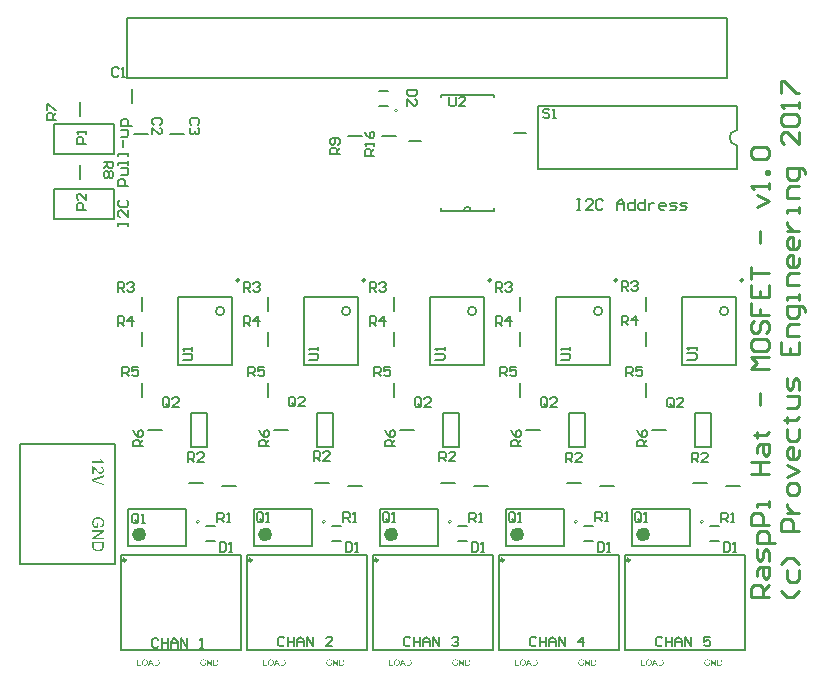
<source format=gto>
G04 Layer_Color=65535*
%FSLAX25Y25*%
%MOIN*%
G70*
G01*
G75*
%ADD30C,0.00787*%
%ADD31C,0.00600*%
%ADD32C,0.00197*%
%ADD33C,0.00984*%
%ADD34C,0.02362*%
%ADD35C,0.00500*%
%ADD36C,0.01000*%
G36*
X85704Y-203955D02*
X85763Y-203958D01*
X85822Y-203963D01*
X85881Y-203972D01*
X85932Y-203981D01*
X85935D01*
X85940Y-203984D01*
X85949D01*
X85961Y-203990D01*
X85994Y-203999D01*
X86035Y-204014D01*
X86083Y-204035D01*
X86133Y-204061D01*
X86183Y-204091D01*
X86231Y-204129D01*
X86234Y-204132D01*
X86237Y-204135D01*
X86245Y-204144D01*
X86257Y-204153D01*
X86287Y-204183D01*
X86322Y-204224D01*
X86361Y-204274D01*
X86402Y-204333D01*
X86441Y-204402D01*
X86473Y-204479D01*
Y-204482D01*
X86476Y-204487D01*
X86482Y-204499D01*
X86485Y-204517D01*
X86494Y-204538D01*
X86500Y-204561D01*
X86506Y-204588D01*
X86515Y-204621D01*
X86524Y-204653D01*
X86529Y-204692D01*
X86544Y-204775D01*
X86553Y-204866D01*
X86556Y-204967D01*
Y-204970D01*
Y-204976D01*
Y-204991D01*
Y-205005D01*
X86553Y-205026D01*
Y-205050D01*
X86550Y-205106D01*
X86541Y-205171D01*
X86532Y-205239D01*
X86518Y-205310D01*
X86500Y-205381D01*
Y-205384D01*
X86497Y-205390D01*
X86494Y-205399D01*
X86491Y-205411D01*
X86479Y-205444D01*
X86461Y-205485D01*
X86444Y-205532D01*
X86420Y-205580D01*
X86390Y-205630D01*
X86361Y-205677D01*
X86358Y-205683D01*
X86346Y-205698D01*
X86328Y-205719D01*
X86305Y-205745D01*
X86278Y-205775D01*
X86245Y-205805D01*
X86213Y-205837D01*
X86174Y-205864D01*
X86168Y-205867D01*
X86157Y-205876D01*
X86136Y-205888D01*
X86106Y-205902D01*
X86071Y-205920D01*
X86029Y-205935D01*
X85982Y-205953D01*
X85929Y-205967D01*
X85923D01*
X85914Y-205970D01*
X85905Y-205973D01*
X85875Y-205976D01*
X85834Y-205982D01*
X85787Y-205988D01*
X85730Y-205994D01*
X85668Y-205997D01*
X85600Y-206000D01*
X84863D01*
Y-203952D01*
X85650D01*
X85704Y-203955D01*
D02*
G37*
G36*
X84407Y-206000D02*
X84126D01*
X83055Y-204393D01*
Y-206000D01*
X82794D01*
Y-203952D01*
X83072D01*
X84147Y-205562D01*
Y-203952D01*
X84407D01*
Y-206000D01*
D02*
G37*
G36*
X169704Y-203955D02*
X169763Y-203958D01*
X169822Y-203963D01*
X169881Y-203972D01*
X169932Y-203981D01*
X169935D01*
X169940Y-203984D01*
X169949D01*
X169961Y-203990D01*
X169994Y-203999D01*
X170035Y-204014D01*
X170083Y-204035D01*
X170133Y-204061D01*
X170183Y-204091D01*
X170231Y-204129D01*
X170234Y-204132D01*
X170237Y-204135D01*
X170245Y-204144D01*
X170257Y-204153D01*
X170287Y-204183D01*
X170322Y-204224D01*
X170361Y-204274D01*
X170402Y-204333D01*
X170441Y-204402D01*
X170473Y-204479D01*
Y-204482D01*
X170476Y-204487D01*
X170482Y-204499D01*
X170485Y-204517D01*
X170494Y-204538D01*
X170500Y-204561D01*
X170506Y-204588D01*
X170515Y-204621D01*
X170524Y-204653D01*
X170529Y-204692D01*
X170544Y-204775D01*
X170553Y-204866D01*
X170556Y-204967D01*
Y-204970D01*
Y-204976D01*
Y-204991D01*
Y-205005D01*
X170553Y-205026D01*
Y-205050D01*
X170550Y-205106D01*
X170541Y-205171D01*
X170533Y-205239D01*
X170518Y-205310D01*
X170500Y-205381D01*
Y-205384D01*
X170497Y-205390D01*
X170494Y-205399D01*
X170491Y-205411D01*
X170479Y-205444D01*
X170461Y-205485D01*
X170444Y-205532D01*
X170420Y-205580D01*
X170390Y-205630D01*
X170361Y-205677D01*
X170358Y-205683D01*
X170346Y-205698D01*
X170328Y-205719D01*
X170305Y-205745D01*
X170278Y-205775D01*
X170245Y-205805D01*
X170213Y-205837D01*
X170174Y-205864D01*
X170168Y-205867D01*
X170157Y-205876D01*
X170136Y-205888D01*
X170106Y-205902D01*
X170071Y-205920D01*
X170029Y-205935D01*
X169982Y-205953D01*
X169929Y-205967D01*
X169923D01*
X169914Y-205970D01*
X169905Y-205973D01*
X169875Y-205976D01*
X169834Y-205982D01*
X169787Y-205988D01*
X169730Y-205994D01*
X169668Y-205997D01*
X169600Y-206000D01*
X168863D01*
Y-203952D01*
X169650D01*
X169704Y-203955D01*
D02*
G37*
G36*
X107020Y-206000D02*
X106713D01*
X106473Y-205378D01*
X105614D01*
X105392Y-206000D01*
X105105D01*
X105887Y-203952D01*
X106183D01*
X107020Y-206000D01*
D02*
G37*
G36*
X108080Y-203955D02*
X108139Y-203958D01*
X108198Y-203963D01*
X108258Y-203972D01*
X108308Y-203981D01*
X108311D01*
X108317Y-203984D01*
X108326D01*
X108338Y-203990D01*
X108370Y-203999D01*
X108412Y-204014D01*
X108459Y-204035D01*
X108509Y-204061D01*
X108560Y-204091D01*
X108607Y-204129D01*
X108610Y-204132D01*
X108613Y-204135D01*
X108622Y-204144D01*
X108634Y-204153D01*
X108663Y-204183D01*
X108699Y-204224D01*
X108737Y-204274D01*
X108779Y-204333D01*
X108817Y-204402D01*
X108850Y-204479D01*
Y-204482D01*
X108853Y-204487D01*
X108859Y-204499D01*
X108861Y-204517D01*
X108870Y-204538D01*
X108876Y-204561D01*
X108882Y-204588D01*
X108891Y-204621D01*
X108900Y-204653D01*
X108906Y-204692D01*
X108921Y-204775D01*
X108930Y-204866D01*
X108933Y-204967D01*
Y-204970D01*
Y-204976D01*
Y-204991D01*
Y-205005D01*
X108930Y-205026D01*
Y-205050D01*
X108927Y-205106D01*
X108918Y-205171D01*
X108909Y-205239D01*
X108894Y-205310D01*
X108876Y-205381D01*
Y-205384D01*
X108873Y-205390D01*
X108870Y-205399D01*
X108867Y-205411D01*
X108856Y-205444D01*
X108838Y-205485D01*
X108820Y-205532D01*
X108796Y-205580D01*
X108767Y-205630D01*
X108737Y-205677D01*
X108734Y-205683D01*
X108722Y-205698D01*
X108705Y-205719D01*
X108681Y-205745D01*
X108654Y-205775D01*
X108622Y-205805D01*
X108589Y-205837D01*
X108551Y-205864D01*
X108545Y-205867D01*
X108533Y-205876D01*
X108512Y-205888D01*
X108483Y-205902D01*
X108447Y-205920D01*
X108406Y-205935D01*
X108358Y-205953D01*
X108305Y-205967D01*
X108299D01*
X108290Y-205970D01*
X108281Y-205973D01*
X108252Y-205976D01*
X108210Y-205982D01*
X108163Y-205988D01*
X108107Y-205994D01*
X108045Y-205997D01*
X107976Y-206000D01*
X107239D01*
Y-203952D01*
X108027D01*
X108080Y-203955D01*
D02*
G37*
G36*
X65020Y-206000D02*
X64713D01*
X64473Y-205378D01*
X63614D01*
X63392Y-206000D01*
X63105D01*
X63887Y-203952D01*
X64183D01*
X65020Y-206000D01*
D02*
G37*
G36*
X66080Y-203955D02*
X66139Y-203958D01*
X66198Y-203963D01*
X66258Y-203972D01*
X66308Y-203981D01*
X66311D01*
X66317Y-203984D01*
X66326D01*
X66338Y-203990D01*
X66370Y-203999D01*
X66412Y-204014D01*
X66459Y-204035D01*
X66509Y-204061D01*
X66560Y-204091D01*
X66607Y-204129D01*
X66610Y-204132D01*
X66613Y-204135D01*
X66622Y-204144D01*
X66634Y-204153D01*
X66663Y-204183D01*
X66699Y-204224D01*
X66737Y-204274D01*
X66779Y-204333D01*
X66817Y-204402D01*
X66850Y-204479D01*
Y-204482D01*
X66853Y-204487D01*
X66859Y-204499D01*
X66861Y-204517D01*
X66870Y-204538D01*
X66876Y-204561D01*
X66882Y-204588D01*
X66891Y-204621D01*
X66900Y-204653D01*
X66906Y-204692D01*
X66921Y-204775D01*
X66930Y-204866D01*
X66933Y-204967D01*
Y-204970D01*
Y-204976D01*
Y-204991D01*
Y-205005D01*
X66930Y-205026D01*
Y-205050D01*
X66927Y-205106D01*
X66918Y-205171D01*
X66909Y-205239D01*
X66894Y-205310D01*
X66876Y-205381D01*
Y-205384D01*
X66873Y-205390D01*
X66870Y-205399D01*
X66867Y-205411D01*
X66856Y-205444D01*
X66838Y-205485D01*
X66820Y-205532D01*
X66796Y-205580D01*
X66767Y-205630D01*
X66737Y-205677D01*
X66734Y-205683D01*
X66722Y-205698D01*
X66705Y-205719D01*
X66681Y-205745D01*
X66654Y-205775D01*
X66622Y-205805D01*
X66589Y-205837D01*
X66551Y-205864D01*
X66545Y-205867D01*
X66533Y-205876D01*
X66512Y-205888D01*
X66483Y-205902D01*
X66447Y-205920D01*
X66406Y-205935D01*
X66358Y-205953D01*
X66305Y-205967D01*
X66299D01*
X66290Y-205970D01*
X66281Y-205973D01*
X66252Y-205976D01*
X66210Y-205982D01*
X66163Y-205988D01*
X66107Y-205994D01*
X66045Y-205997D01*
X65977Y-206000D01*
X65239D01*
Y-203952D01*
X66027D01*
X66080Y-203955D01*
D02*
G37*
G36*
X59772Y-205757D02*
X60782D01*
Y-206000D01*
X59500D01*
Y-203952D01*
X59772D01*
Y-205757D01*
D02*
G37*
G36*
X81580Y-203919D02*
X81604D01*
X81660Y-203925D01*
X81722Y-203934D01*
X81788Y-203949D01*
X81859Y-203966D01*
X81927Y-203990D01*
X81930D01*
X81936Y-203993D01*
X81945Y-203996D01*
X81956Y-204002D01*
X81989Y-204020D01*
X82030Y-204041D01*
X82075Y-204070D01*
X82122Y-204106D01*
X82166Y-204144D01*
X82208Y-204191D01*
X82214Y-204197D01*
X82226Y-204215D01*
X82243Y-204242D01*
X82267Y-204280D01*
X82291Y-204328D01*
X82317Y-204387D01*
X82344Y-204452D01*
X82365Y-204526D01*
X82119Y-204591D01*
Y-204588D01*
X82116Y-204585D01*
X82113Y-204576D01*
X82110Y-204564D01*
X82101Y-204538D01*
X82090Y-204502D01*
X82072Y-204461D01*
X82051Y-204422D01*
X82030Y-204381D01*
X82004Y-204345D01*
X82001Y-204342D01*
X81992Y-204331D01*
X81974Y-204316D01*
X81953Y-204295D01*
X81927Y-204271D01*
X81891Y-204248D01*
X81853Y-204224D01*
X81808Y-204203D01*
X81802Y-204200D01*
X81788Y-204194D01*
X81761Y-204186D01*
X81725Y-204174D01*
X81684Y-204165D01*
X81637Y-204156D01*
X81583Y-204150D01*
X81527Y-204147D01*
X81495D01*
X81480Y-204150D01*
X81462D01*
X81418Y-204153D01*
X81367Y-204162D01*
X81311Y-204171D01*
X81258Y-204186D01*
X81204Y-204206D01*
X81199Y-204209D01*
X81181Y-204215D01*
X81157Y-204230D01*
X81128Y-204245D01*
X81092Y-204268D01*
X81054Y-204292D01*
X81018Y-204322D01*
X80985Y-204354D01*
X80983Y-204357D01*
X80971Y-204369D01*
X80956Y-204390D01*
X80938Y-204413D01*
X80917Y-204443D01*
X80897Y-204479D01*
X80876Y-204517D01*
X80855Y-204558D01*
Y-204561D01*
X80852Y-204567D01*
X80849Y-204576D01*
X80843Y-204591D01*
X80837Y-204609D01*
X80831Y-204629D01*
X80823Y-204653D01*
X80817Y-204680D01*
X80802Y-204742D01*
X80790Y-204813D01*
X80781Y-204887D01*
X80778Y-204970D01*
Y-204973D01*
Y-204982D01*
Y-204997D01*
X80781Y-205014D01*
Y-205038D01*
X80784Y-205068D01*
X80787Y-205097D01*
X80790Y-205130D01*
X80802Y-205204D01*
X80817Y-205281D01*
X80840Y-205358D01*
X80870Y-205432D01*
Y-205435D01*
X80876Y-205441D01*
X80879Y-205449D01*
X80888Y-205461D01*
X80909Y-205494D01*
X80941Y-205535D01*
X80980Y-205580D01*
X81027Y-205624D01*
X81083Y-205665D01*
X81145Y-205704D01*
X81148D01*
X81154Y-205707D01*
X81163Y-205713D01*
X81178Y-205719D01*
X81193Y-205725D01*
X81213Y-205731D01*
X81261Y-205748D01*
X81320Y-205763D01*
X81385Y-205778D01*
X81456Y-205790D01*
X81530Y-205793D01*
X81560D01*
X81577Y-205790D01*
X81595D01*
X81640Y-205784D01*
X81693Y-205778D01*
X81749Y-205766D01*
X81811Y-205748D01*
X81873Y-205728D01*
X81876D01*
X81882Y-205725D01*
X81888Y-205722D01*
X81900Y-205716D01*
X81933Y-205701D01*
X81968Y-205683D01*
X82010Y-205663D01*
X82054Y-205639D01*
X82095Y-205612D01*
X82131Y-205583D01*
Y-205198D01*
X81527D01*
Y-204955D01*
X82397D01*
Y-205716D01*
X82394Y-205719D01*
X82389Y-205722D01*
X82377Y-205731D01*
X82362Y-205743D01*
X82344Y-205754D01*
X82323Y-205769D01*
X82297Y-205787D01*
X82270Y-205805D01*
X82208Y-205843D01*
X82137Y-205885D01*
X82063Y-205923D01*
X81983Y-205956D01*
X81980D01*
X81974Y-205959D01*
X81962Y-205961D01*
X81947Y-205967D01*
X81927Y-205973D01*
X81903Y-205982D01*
X81876Y-205988D01*
X81850Y-205994D01*
X81785Y-206009D01*
X81711Y-206024D01*
X81631Y-206033D01*
X81548Y-206035D01*
X81518D01*
X81498Y-206033D01*
X81471D01*
X81438Y-206030D01*
X81403Y-206024D01*
X81364Y-206021D01*
X81279Y-206003D01*
X81187Y-205982D01*
X81092Y-205950D01*
X81045Y-205932D01*
X80997Y-205908D01*
X80994Y-205905D01*
X80985Y-205902D01*
X80974Y-205893D01*
X80956Y-205885D01*
X80935Y-205870D01*
X80914Y-205855D01*
X80858Y-205814D01*
X80799Y-205760D01*
X80737Y-205695D01*
X80678Y-205621D01*
X80624Y-205535D01*
Y-205532D01*
X80618Y-205523D01*
X80612Y-205512D01*
X80604Y-205491D01*
X80595Y-205470D01*
X80586Y-205441D01*
X80574Y-205411D01*
X80562Y-205375D01*
X80550Y-205337D01*
X80538Y-205293D01*
X80530Y-205248D01*
X80521Y-205201D01*
X80506Y-205097D01*
X80500Y-204988D01*
Y-204985D01*
Y-204973D01*
Y-204958D01*
X80503Y-204937D01*
Y-204911D01*
X80506Y-204878D01*
X80512Y-204846D01*
X80515Y-204807D01*
X80524Y-204766D01*
X80530Y-204721D01*
X80553Y-204627D01*
X80583Y-204529D01*
X80624Y-204431D01*
X80627Y-204428D01*
X80630Y-204419D01*
X80636Y-204408D01*
X80648Y-204390D01*
X80660Y-204366D01*
X80675Y-204342D01*
X80716Y-204286D01*
X80766Y-204221D01*
X80829Y-204159D01*
X80900Y-204097D01*
X80941Y-204070D01*
X80983Y-204043D01*
X80985Y-204041D01*
X80994Y-204037D01*
X81006Y-204032D01*
X81024Y-204023D01*
X81048Y-204014D01*
X81074Y-204002D01*
X81104Y-203990D01*
X81139Y-203978D01*
X81178Y-203966D01*
X81219Y-203958D01*
X81264Y-203946D01*
X81311Y-203937D01*
X81415Y-203922D01*
X81468Y-203916D01*
X81563D01*
X81580Y-203919D01*
D02*
G37*
G36*
X62049D02*
X62075D01*
X62102Y-203922D01*
X62137Y-203928D01*
X62173Y-203934D01*
X62250Y-203949D01*
X62339Y-203972D01*
X62424Y-204008D01*
X62469Y-204029D01*
X62513Y-204052D01*
X62516Y-204055D01*
X62522Y-204058D01*
X62534Y-204067D01*
X62552Y-204076D01*
X62569Y-204091D01*
X62593Y-204109D01*
X62643Y-204150D01*
X62697Y-204203D01*
X62756Y-204268D01*
X62812Y-204345D01*
X62860Y-204431D01*
Y-204434D01*
X62866Y-204443D01*
X62871Y-204455D01*
X62877Y-204473D01*
X62889Y-204496D01*
X62898Y-204523D01*
X62910Y-204556D01*
X62922Y-204591D01*
X62931Y-204629D01*
X62942Y-204671D01*
X62954Y-204718D01*
X62963Y-204766D01*
X62975Y-204869D01*
X62981Y-204982D01*
Y-204985D01*
Y-204997D01*
Y-205011D01*
X62978Y-205035D01*
Y-205062D01*
X62975Y-205094D01*
X62969Y-205130D01*
X62966Y-205168D01*
X62951Y-205254D01*
X62928Y-205349D01*
X62895Y-205444D01*
X62877Y-205491D01*
X62854Y-205538D01*
Y-205541D01*
X62848Y-205550D01*
X62842Y-205562D01*
X62830Y-205580D01*
X62818Y-205600D01*
X62803Y-205621D01*
X62762Y-205677D01*
X62712Y-205737D01*
X62652Y-205799D01*
X62581Y-205858D01*
X62498Y-205911D01*
X62495D01*
X62490Y-205917D01*
X62475Y-205923D01*
X62457Y-205932D01*
X62436Y-205941D01*
X62413Y-205950D01*
X62383Y-205961D01*
X62350Y-205973D01*
X62315Y-205985D01*
X62277Y-205997D01*
X62191Y-206015D01*
X62099Y-206030D01*
X62001Y-206035D01*
X61972D01*
X61954Y-206033D01*
X61927D01*
X61898Y-206027D01*
X61865Y-206024D01*
X61827Y-206018D01*
X61747Y-206000D01*
X61661Y-205976D01*
X61572Y-205941D01*
X61528Y-205920D01*
X61483Y-205896D01*
X61480Y-205893D01*
X61474Y-205890D01*
X61462Y-205882D01*
X61445Y-205870D01*
X61427Y-205858D01*
X61406Y-205840D01*
X61356Y-205796D01*
X61300Y-205743D01*
X61241Y-205677D01*
X61187Y-205603D01*
X61137Y-205518D01*
Y-205515D01*
X61131Y-205506D01*
X61125Y-205494D01*
X61119Y-205476D01*
X61110Y-205452D01*
X61101Y-205426D01*
X61089Y-205396D01*
X61081Y-205364D01*
X61069Y-205325D01*
X61057Y-205287D01*
X61039Y-205198D01*
X61027Y-205106D01*
X61021Y-205005D01*
Y-205002D01*
Y-204999D01*
Y-204982D01*
X61024Y-204955D01*
Y-204920D01*
X61030Y-204878D01*
X61036Y-204828D01*
X61045Y-204772D01*
X61057Y-204712D01*
X61069Y-204650D01*
X61087Y-204585D01*
X61110Y-204520D01*
X61137Y-204452D01*
X61167Y-204387D01*
X61205Y-204322D01*
X61246Y-204262D01*
X61294Y-204206D01*
X61297Y-204203D01*
X61306Y-204194D01*
X61323Y-204180D01*
X61344Y-204162D01*
X61371Y-204138D01*
X61403Y-204115D01*
X61442Y-204088D01*
X61486Y-204061D01*
X61533Y-204035D01*
X61587Y-204008D01*
X61646Y-203984D01*
X61708Y-203961D01*
X61776Y-203943D01*
X61847Y-203928D01*
X61921Y-203919D01*
X62001Y-203916D01*
X62028D01*
X62049Y-203919D01*
D02*
G37*
G36*
X101772Y-205757D02*
X102782D01*
Y-206000D01*
X101500D01*
Y-203952D01*
X101772D01*
Y-205757D01*
D02*
G37*
G36*
X146049Y-203919D02*
X146075D01*
X146102Y-203922D01*
X146137Y-203928D01*
X146173Y-203934D01*
X146250Y-203949D01*
X146339Y-203972D01*
X146424Y-204008D01*
X146469Y-204029D01*
X146513Y-204052D01*
X146516Y-204055D01*
X146522Y-204058D01*
X146534Y-204067D01*
X146552Y-204076D01*
X146570Y-204091D01*
X146593Y-204109D01*
X146643Y-204150D01*
X146697Y-204203D01*
X146756Y-204268D01*
X146812Y-204345D01*
X146860Y-204431D01*
Y-204434D01*
X146865Y-204443D01*
X146871Y-204455D01*
X146877Y-204473D01*
X146889Y-204496D01*
X146898Y-204523D01*
X146910Y-204556D01*
X146922Y-204591D01*
X146931Y-204629D01*
X146942Y-204671D01*
X146954Y-204718D01*
X146963Y-204766D01*
X146975Y-204869D01*
X146981Y-204982D01*
Y-204985D01*
Y-204997D01*
Y-205011D01*
X146978Y-205035D01*
Y-205062D01*
X146975Y-205094D01*
X146969Y-205130D01*
X146966Y-205168D01*
X146951Y-205254D01*
X146928Y-205349D01*
X146895Y-205444D01*
X146877Y-205491D01*
X146854Y-205538D01*
Y-205541D01*
X146848Y-205550D01*
X146842Y-205562D01*
X146830Y-205580D01*
X146818Y-205600D01*
X146803Y-205621D01*
X146762Y-205677D01*
X146712Y-205737D01*
X146652Y-205799D01*
X146581Y-205858D01*
X146499Y-205911D01*
X146495D01*
X146490Y-205917D01*
X146475Y-205923D01*
X146457Y-205932D01*
X146436Y-205941D01*
X146413Y-205950D01*
X146383Y-205961D01*
X146351Y-205973D01*
X146315Y-205985D01*
X146276Y-205997D01*
X146191Y-206015D01*
X146099Y-206030D01*
X146001Y-206035D01*
X145972D01*
X145954Y-206033D01*
X145927D01*
X145898Y-206027D01*
X145865Y-206024D01*
X145827Y-206018D01*
X145747Y-206000D01*
X145661Y-205976D01*
X145572Y-205941D01*
X145528Y-205920D01*
X145483Y-205896D01*
X145480Y-205893D01*
X145474Y-205890D01*
X145463Y-205882D01*
X145445Y-205870D01*
X145427Y-205858D01*
X145406Y-205840D01*
X145356Y-205796D01*
X145300Y-205743D01*
X145240Y-205677D01*
X145187Y-205603D01*
X145137Y-205518D01*
Y-205515D01*
X145131Y-205506D01*
X145125Y-205494D01*
X145119Y-205476D01*
X145110Y-205452D01*
X145101Y-205426D01*
X145089Y-205396D01*
X145081Y-205364D01*
X145069Y-205325D01*
X145057Y-205287D01*
X145039Y-205198D01*
X145027Y-205106D01*
X145021Y-205005D01*
Y-205002D01*
Y-204999D01*
Y-204982D01*
X145024Y-204955D01*
Y-204920D01*
X145030Y-204878D01*
X145036Y-204828D01*
X145045Y-204772D01*
X145057Y-204712D01*
X145069Y-204650D01*
X145087Y-204585D01*
X145110Y-204520D01*
X145137Y-204452D01*
X145167Y-204387D01*
X145205Y-204322D01*
X145246Y-204262D01*
X145294Y-204206D01*
X145297Y-204203D01*
X145306Y-204194D01*
X145323Y-204180D01*
X145344Y-204162D01*
X145371Y-204138D01*
X145403Y-204115D01*
X145442Y-204088D01*
X145486Y-204061D01*
X145534Y-204035D01*
X145587Y-204008D01*
X145646Y-203984D01*
X145708Y-203961D01*
X145776Y-203943D01*
X145847Y-203928D01*
X145921Y-203919D01*
X146001Y-203916D01*
X146028D01*
X146049Y-203919D01*
D02*
G37*
G36*
X165580D02*
X165604D01*
X165660Y-203925D01*
X165723Y-203934D01*
X165788Y-203949D01*
X165859Y-203966D01*
X165927Y-203990D01*
X165930D01*
X165936Y-203993D01*
X165945Y-203996D01*
X165956Y-204002D01*
X165989Y-204020D01*
X166030Y-204041D01*
X166075Y-204070D01*
X166122Y-204106D01*
X166166Y-204144D01*
X166208Y-204191D01*
X166214Y-204197D01*
X166226Y-204215D01*
X166243Y-204242D01*
X166267Y-204280D01*
X166291Y-204328D01*
X166317Y-204387D01*
X166344Y-204452D01*
X166365Y-204526D01*
X166119Y-204591D01*
Y-204588D01*
X166116Y-204585D01*
X166113Y-204576D01*
X166110Y-204564D01*
X166101Y-204538D01*
X166089Y-204502D01*
X166072Y-204461D01*
X166051Y-204422D01*
X166030Y-204381D01*
X166004Y-204345D01*
X166001Y-204342D01*
X165992Y-204331D01*
X165974Y-204316D01*
X165953Y-204295D01*
X165927Y-204271D01*
X165891Y-204248D01*
X165853Y-204224D01*
X165808Y-204203D01*
X165802Y-204200D01*
X165788Y-204194D01*
X165761Y-204186D01*
X165725Y-204174D01*
X165684Y-204165D01*
X165637Y-204156D01*
X165583Y-204150D01*
X165527Y-204147D01*
X165495D01*
X165480Y-204150D01*
X165462D01*
X165418Y-204153D01*
X165367Y-204162D01*
X165311Y-204171D01*
X165258Y-204186D01*
X165205Y-204206D01*
X165199Y-204209D01*
X165181Y-204215D01*
X165157Y-204230D01*
X165128Y-204245D01*
X165092Y-204268D01*
X165053Y-204292D01*
X165018Y-204322D01*
X164985Y-204354D01*
X164982Y-204357D01*
X164971Y-204369D01*
X164956Y-204390D01*
X164938Y-204413D01*
X164917Y-204443D01*
X164897Y-204479D01*
X164876Y-204517D01*
X164855Y-204558D01*
Y-204561D01*
X164852Y-204567D01*
X164849Y-204576D01*
X164843Y-204591D01*
X164837Y-204609D01*
X164831Y-204629D01*
X164823Y-204653D01*
X164817Y-204680D01*
X164802Y-204742D01*
X164790Y-204813D01*
X164781Y-204887D01*
X164778Y-204970D01*
Y-204973D01*
Y-204982D01*
Y-204997D01*
X164781Y-205014D01*
Y-205038D01*
X164784Y-205068D01*
X164787Y-205097D01*
X164790Y-205130D01*
X164802Y-205204D01*
X164817Y-205281D01*
X164840Y-205358D01*
X164870Y-205432D01*
Y-205435D01*
X164876Y-205441D01*
X164879Y-205449D01*
X164888Y-205461D01*
X164909Y-205494D01*
X164941Y-205535D01*
X164980Y-205580D01*
X165027Y-205624D01*
X165083Y-205665D01*
X165145Y-205704D01*
X165148D01*
X165154Y-205707D01*
X165163Y-205713D01*
X165178Y-205719D01*
X165193Y-205725D01*
X165213Y-205731D01*
X165261Y-205748D01*
X165320Y-205763D01*
X165385Y-205778D01*
X165456Y-205790D01*
X165530Y-205793D01*
X165560D01*
X165577Y-205790D01*
X165595D01*
X165640Y-205784D01*
X165693Y-205778D01*
X165749Y-205766D01*
X165811Y-205748D01*
X165873Y-205728D01*
X165876D01*
X165882Y-205725D01*
X165888Y-205722D01*
X165900Y-205716D01*
X165933Y-205701D01*
X165968Y-205683D01*
X166010Y-205663D01*
X166054Y-205639D01*
X166095Y-205612D01*
X166131Y-205583D01*
Y-205198D01*
X165527D01*
Y-204955D01*
X166397D01*
Y-205716D01*
X166394Y-205719D01*
X166388Y-205722D01*
X166377Y-205731D01*
X166362Y-205743D01*
X166344Y-205754D01*
X166323Y-205769D01*
X166297Y-205787D01*
X166270Y-205805D01*
X166208Y-205843D01*
X166137Y-205885D01*
X166063Y-205923D01*
X165983Y-205956D01*
X165980D01*
X165974Y-205959D01*
X165962Y-205961D01*
X165947Y-205967D01*
X165927Y-205973D01*
X165903Y-205982D01*
X165876Y-205988D01*
X165850Y-205994D01*
X165785Y-206009D01*
X165711Y-206024D01*
X165631Y-206033D01*
X165548Y-206035D01*
X165518D01*
X165498Y-206033D01*
X165471D01*
X165438Y-206030D01*
X165403Y-206024D01*
X165364Y-206021D01*
X165278Y-206003D01*
X165187Y-205982D01*
X165092Y-205950D01*
X165045Y-205932D01*
X164997Y-205908D01*
X164994Y-205905D01*
X164985Y-205902D01*
X164974Y-205893D01*
X164956Y-205885D01*
X164935Y-205870D01*
X164914Y-205855D01*
X164858Y-205814D01*
X164799Y-205760D01*
X164737Y-205695D01*
X164678Y-205621D01*
X164624Y-205535D01*
Y-205532D01*
X164618Y-205523D01*
X164612Y-205512D01*
X164604Y-205491D01*
X164595Y-205470D01*
X164586Y-205441D01*
X164574Y-205411D01*
X164562Y-205375D01*
X164550Y-205337D01*
X164539Y-205293D01*
X164530Y-205248D01*
X164521Y-205201D01*
X164506Y-205097D01*
X164500Y-204988D01*
Y-204985D01*
Y-204973D01*
Y-204958D01*
X164503Y-204937D01*
Y-204911D01*
X164506Y-204878D01*
X164512Y-204846D01*
X164515Y-204807D01*
X164524Y-204766D01*
X164530Y-204721D01*
X164553Y-204627D01*
X164583Y-204529D01*
X164624Y-204431D01*
X164627Y-204428D01*
X164630Y-204419D01*
X164636Y-204408D01*
X164648Y-204390D01*
X164660Y-204366D01*
X164675Y-204342D01*
X164716Y-204286D01*
X164766Y-204221D01*
X164829Y-204159D01*
X164900Y-204097D01*
X164941Y-204070D01*
X164982Y-204043D01*
X164985Y-204041D01*
X164994Y-204037D01*
X165006Y-204032D01*
X165024Y-204023D01*
X165048Y-204014D01*
X165074Y-204002D01*
X165104Y-203990D01*
X165139Y-203978D01*
X165178Y-203966D01*
X165219Y-203958D01*
X165264Y-203946D01*
X165311Y-203937D01*
X165415Y-203922D01*
X165468Y-203916D01*
X165563D01*
X165580Y-203919D01*
D02*
G37*
G36*
X150080Y-203955D02*
X150139Y-203958D01*
X150198Y-203963D01*
X150258Y-203972D01*
X150308Y-203981D01*
X150311D01*
X150317Y-203984D01*
X150326D01*
X150338Y-203990D01*
X150370Y-203999D01*
X150412Y-204014D01*
X150459Y-204035D01*
X150509Y-204061D01*
X150560Y-204091D01*
X150607Y-204129D01*
X150610Y-204132D01*
X150613Y-204135D01*
X150622Y-204144D01*
X150634Y-204153D01*
X150663Y-204183D01*
X150699Y-204224D01*
X150737Y-204274D01*
X150779Y-204333D01*
X150817Y-204402D01*
X150850Y-204479D01*
Y-204482D01*
X150853Y-204487D01*
X150859Y-204499D01*
X150862Y-204517D01*
X150870Y-204538D01*
X150876Y-204561D01*
X150882Y-204588D01*
X150891Y-204621D01*
X150900Y-204653D01*
X150906Y-204692D01*
X150921Y-204775D01*
X150930Y-204866D01*
X150933Y-204967D01*
Y-204970D01*
Y-204976D01*
Y-204991D01*
Y-205005D01*
X150930Y-205026D01*
Y-205050D01*
X150927Y-205106D01*
X150918Y-205171D01*
X150909Y-205239D01*
X150894Y-205310D01*
X150876Y-205381D01*
Y-205384D01*
X150873Y-205390D01*
X150870Y-205399D01*
X150867Y-205411D01*
X150856Y-205444D01*
X150838Y-205485D01*
X150820Y-205532D01*
X150796Y-205580D01*
X150767Y-205630D01*
X150737Y-205677D01*
X150734Y-205683D01*
X150722Y-205698D01*
X150705Y-205719D01*
X150681Y-205745D01*
X150654Y-205775D01*
X150622Y-205805D01*
X150589Y-205837D01*
X150551Y-205864D01*
X150545Y-205867D01*
X150533Y-205876D01*
X150512Y-205888D01*
X150483Y-205902D01*
X150447Y-205920D01*
X150406Y-205935D01*
X150358Y-205953D01*
X150305Y-205967D01*
X150299D01*
X150290Y-205970D01*
X150281Y-205973D01*
X150252Y-205976D01*
X150210Y-205982D01*
X150163Y-205988D01*
X150107Y-205994D01*
X150045Y-205997D01*
X149977Y-206000D01*
X149239D01*
Y-203952D01*
X150027D01*
X150080Y-203955D01*
D02*
G37*
G36*
X143772Y-205757D02*
X144782D01*
Y-206000D01*
X143500D01*
Y-203952D01*
X143772D01*
Y-205757D01*
D02*
G37*
G36*
X149020Y-206000D02*
X148713D01*
X148473Y-205378D01*
X147614D01*
X147392Y-206000D01*
X147105D01*
X147887Y-203952D01*
X148183D01*
X149020Y-206000D01*
D02*
G37*
G36*
X123580Y-203919D02*
X123604D01*
X123660Y-203925D01*
X123723Y-203934D01*
X123788Y-203949D01*
X123859Y-203966D01*
X123927Y-203990D01*
X123930D01*
X123936Y-203993D01*
X123944Y-203996D01*
X123956Y-204002D01*
X123989Y-204020D01*
X124030Y-204041D01*
X124075Y-204070D01*
X124122Y-204106D01*
X124167Y-204144D01*
X124208Y-204191D01*
X124214Y-204197D01*
X124226Y-204215D01*
X124243Y-204242D01*
X124267Y-204280D01*
X124291Y-204328D01*
X124317Y-204387D01*
X124344Y-204452D01*
X124365Y-204526D01*
X124119Y-204591D01*
Y-204588D01*
X124116Y-204585D01*
X124113Y-204576D01*
X124110Y-204564D01*
X124101Y-204538D01*
X124090Y-204502D01*
X124072Y-204461D01*
X124051Y-204422D01*
X124030Y-204381D01*
X124004Y-204345D01*
X124001Y-204342D01*
X123992Y-204331D01*
X123974Y-204316D01*
X123953Y-204295D01*
X123927Y-204271D01*
X123891Y-204248D01*
X123853Y-204224D01*
X123808Y-204203D01*
X123802Y-204200D01*
X123788Y-204194D01*
X123761Y-204186D01*
X123725Y-204174D01*
X123684Y-204165D01*
X123637Y-204156D01*
X123583Y-204150D01*
X123527Y-204147D01*
X123495D01*
X123480Y-204150D01*
X123462D01*
X123418Y-204153D01*
X123367Y-204162D01*
X123311Y-204171D01*
X123258Y-204186D01*
X123205Y-204206D01*
X123199Y-204209D01*
X123181Y-204215D01*
X123157Y-204230D01*
X123127Y-204245D01*
X123092Y-204268D01*
X123054Y-204292D01*
X123018Y-204322D01*
X122985Y-204354D01*
X122983Y-204357D01*
X122971Y-204369D01*
X122956Y-204390D01*
X122938Y-204413D01*
X122917Y-204443D01*
X122897Y-204479D01*
X122876Y-204517D01*
X122855Y-204558D01*
Y-204561D01*
X122852Y-204567D01*
X122849Y-204576D01*
X122843Y-204591D01*
X122837Y-204609D01*
X122831Y-204629D01*
X122823Y-204653D01*
X122817Y-204680D01*
X122802Y-204742D01*
X122790Y-204813D01*
X122781Y-204887D01*
X122778Y-204970D01*
Y-204973D01*
Y-204982D01*
Y-204997D01*
X122781Y-205014D01*
Y-205038D01*
X122784Y-205068D01*
X122787Y-205097D01*
X122790Y-205130D01*
X122802Y-205204D01*
X122817Y-205281D01*
X122840Y-205358D01*
X122870Y-205432D01*
Y-205435D01*
X122876Y-205441D01*
X122879Y-205449D01*
X122888Y-205461D01*
X122908Y-205494D01*
X122941Y-205535D01*
X122979Y-205580D01*
X123027Y-205624D01*
X123083Y-205665D01*
X123145Y-205704D01*
X123148D01*
X123154Y-205707D01*
X123163Y-205713D01*
X123178Y-205719D01*
X123193Y-205725D01*
X123213Y-205731D01*
X123261Y-205748D01*
X123320Y-205763D01*
X123385Y-205778D01*
X123456Y-205790D01*
X123530Y-205793D01*
X123560D01*
X123577Y-205790D01*
X123595D01*
X123640Y-205784D01*
X123693Y-205778D01*
X123749Y-205766D01*
X123811Y-205748D01*
X123873Y-205728D01*
X123876D01*
X123882Y-205725D01*
X123888Y-205722D01*
X123900Y-205716D01*
X123933Y-205701D01*
X123968Y-205683D01*
X124010Y-205663D01*
X124054Y-205639D01*
X124095Y-205612D01*
X124131Y-205583D01*
Y-205198D01*
X123527D01*
Y-204955D01*
X124397D01*
Y-205716D01*
X124394Y-205719D01*
X124389Y-205722D01*
X124377Y-205731D01*
X124362Y-205743D01*
X124344Y-205754D01*
X124323Y-205769D01*
X124297Y-205787D01*
X124270Y-205805D01*
X124208Y-205843D01*
X124137Y-205885D01*
X124063Y-205923D01*
X123983Y-205956D01*
X123980D01*
X123974Y-205959D01*
X123962Y-205961D01*
X123947Y-205967D01*
X123927Y-205973D01*
X123903Y-205982D01*
X123876Y-205988D01*
X123850Y-205994D01*
X123785Y-206009D01*
X123711Y-206024D01*
X123631Y-206033D01*
X123548Y-206035D01*
X123518D01*
X123497Y-206033D01*
X123471D01*
X123438Y-206030D01*
X123403Y-206024D01*
X123364Y-206021D01*
X123278Y-206003D01*
X123187Y-205982D01*
X123092Y-205950D01*
X123045Y-205932D01*
X122997Y-205908D01*
X122994Y-205905D01*
X122985Y-205902D01*
X122974Y-205893D01*
X122956Y-205885D01*
X122935Y-205870D01*
X122914Y-205855D01*
X122858Y-205814D01*
X122799Y-205760D01*
X122737Y-205695D01*
X122678Y-205621D01*
X122624Y-205535D01*
Y-205532D01*
X122618Y-205523D01*
X122613Y-205512D01*
X122604Y-205491D01*
X122595Y-205470D01*
X122586Y-205441D01*
X122574Y-205411D01*
X122562Y-205375D01*
X122550Y-205337D01*
X122538Y-205293D01*
X122530Y-205248D01*
X122521Y-205201D01*
X122506Y-205097D01*
X122500Y-204988D01*
Y-204985D01*
Y-204973D01*
Y-204958D01*
X122503Y-204937D01*
Y-204911D01*
X122506Y-204878D01*
X122512Y-204846D01*
X122515Y-204807D01*
X122524Y-204766D01*
X122530Y-204721D01*
X122553Y-204627D01*
X122583Y-204529D01*
X122624Y-204431D01*
X122627Y-204428D01*
X122630Y-204419D01*
X122636Y-204408D01*
X122648Y-204390D01*
X122660Y-204366D01*
X122675Y-204342D01*
X122716Y-204286D01*
X122766Y-204221D01*
X122829Y-204159D01*
X122900Y-204097D01*
X122941Y-204070D01*
X122983Y-204043D01*
X122985Y-204041D01*
X122994Y-204037D01*
X123006Y-204032D01*
X123024Y-204023D01*
X123048Y-204014D01*
X123074Y-204002D01*
X123104Y-203990D01*
X123139Y-203978D01*
X123178Y-203966D01*
X123219Y-203958D01*
X123264Y-203946D01*
X123311Y-203937D01*
X123415Y-203922D01*
X123468Y-203916D01*
X123563D01*
X123580Y-203919D01*
D02*
G37*
G36*
X104049D02*
X104075D01*
X104102Y-203922D01*
X104137Y-203928D01*
X104173Y-203934D01*
X104250Y-203949D01*
X104339Y-203972D01*
X104425Y-204008D01*
X104469Y-204029D01*
X104513Y-204052D01*
X104516Y-204055D01*
X104522Y-204058D01*
X104534Y-204067D01*
X104552Y-204076D01*
X104569Y-204091D01*
X104593Y-204109D01*
X104643Y-204150D01*
X104697Y-204203D01*
X104756Y-204268D01*
X104812Y-204345D01*
X104860Y-204431D01*
Y-204434D01*
X104866Y-204443D01*
X104871Y-204455D01*
X104877Y-204473D01*
X104889Y-204496D01*
X104898Y-204523D01*
X104910Y-204556D01*
X104922Y-204591D01*
X104931Y-204629D01*
X104943Y-204671D01*
X104954Y-204718D01*
X104963Y-204766D01*
X104975Y-204869D01*
X104981Y-204982D01*
Y-204985D01*
Y-204997D01*
Y-205011D01*
X104978Y-205035D01*
Y-205062D01*
X104975Y-205094D01*
X104969Y-205130D01*
X104966Y-205168D01*
X104951Y-205254D01*
X104928Y-205349D01*
X104895Y-205444D01*
X104877Y-205491D01*
X104854Y-205538D01*
Y-205541D01*
X104848Y-205550D01*
X104842Y-205562D01*
X104830Y-205580D01*
X104818Y-205600D01*
X104803Y-205621D01*
X104762Y-205677D01*
X104712Y-205737D01*
X104652Y-205799D01*
X104581Y-205858D01*
X104499Y-205911D01*
X104496D01*
X104490Y-205917D01*
X104475Y-205923D01*
X104457Y-205932D01*
X104436Y-205941D01*
X104413Y-205950D01*
X104383Y-205961D01*
X104350Y-205973D01*
X104315Y-205985D01*
X104277Y-205997D01*
X104191Y-206015D01*
X104099Y-206030D01*
X104001Y-206035D01*
X103972D01*
X103954Y-206033D01*
X103927D01*
X103898Y-206027D01*
X103865Y-206024D01*
X103827Y-206018D01*
X103747Y-206000D01*
X103661Y-205976D01*
X103572Y-205941D01*
X103528Y-205920D01*
X103483Y-205896D01*
X103480Y-205893D01*
X103474Y-205890D01*
X103463Y-205882D01*
X103445Y-205870D01*
X103427Y-205858D01*
X103406Y-205840D01*
X103356Y-205796D01*
X103300Y-205743D01*
X103241Y-205677D01*
X103187Y-205603D01*
X103137Y-205518D01*
Y-205515D01*
X103131Y-205506D01*
X103125Y-205494D01*
X103119Y-205476D01*
X103110Y-205452D01*
X103101Y-205426D01*
X103089Y-205396D01*
X103081Y-205364D01*
X103069Y-205325D01*
X103057Y-205287D01*
X103039Y-205198D01*
X103027Y-205106D01*
X103021Y-205005D01*
Y-205002D01*
Y-204999D01*
Y-204982D01*
X103024Y-204955D01*
Y-204920D01*
X103030Y-204878D01*
X103036Y-204828D01*
X103045Y-204772D01*
X103057Y-204712D01*
X103069Y-204650D01*
X103087Y-204585D01*
X103110Y-204520D01*
X103137Y-204452D01*
X103166Y-204387D01*
X103205Y-204322D01*
X103246Y-204262D01*
X103294Y-204206D01*
X103297Y-204203D01*
X103306Y-204194D01*
X103323Y-204180D01*
X103344Y-204162D01*
X103371Y-204138D01*
X103403Y-204115D01*
X103442Y-204088D01*
X103486Y-204061D01*
X103533Y-204035D01*
X103587Y-204008D01*
X103646Y-203984D01*
X103708Y-203961D01*
X103776Y-203943D01*
X103847Y-203928D01*
X103921Y-203919D01*
X104001Y-203916D01*
X104028D01*
X104049Y-203919D01*
D02*
G37*
G36*
X126407Y-206000D02*
X126126D01*
X125055Y-204393D01*
Y-206000D01*
X124794D01*
Y-203952D01*
X125072D01*
X126147Y-205562D01*
Y-203952D01*
X126407D01*
Y-206000D01*
D02*
G37*
G36*
X168407D02*
X168126D01*
X167054Y-204393D01*
Y-206000D01*
X166794D01*
Y-203952D01*
X167072D01*
X168147Y-205562D01*
Y-203952D01*
X168407D01*
Y-206000D01*
D02*
G37*
G36*
X127704Y-203955D02*
X127763Y-203958D01*
X127822Y-203963D01*
X127881Y-203972D01*
X127932Y-203981D01*
X127935D01*
X127940Y-203984D01*
X127949D01*
X127961Y-203990D01*
X127994Y-203999D01*
X128035Y-204014D01*
X128083Y-204035D01*
X128133Y-204061D01*
X128183Y-204091D01*
X128231Y-204129D01*
X128234Y-204132D01*
X128236Y-204135D01*
X128245Y-204144D01*
X128257Y-204153D01*
X128287Y-204183D01*
X128322Y-204224D01*
X128361Y-204274D01*
X128402Y-204333D01*
X128441Y-204402D01*
X128473Y-204479D01*
Y-204482D01*
X128476Y-204487D01*
X128482Y-204499D01*
X128485Y-204517D01*
X128494Y-204538D01*
X128500Y-204561D01*
X128506Y-204588D01*
X128515Y-204621D01*
X128524Y-204653D01*
X128530Y-204692D01*
X128544Y-204775D01*
X128553Y-204866D01*
X128556Y-204967D01*
Y-204970D01*
Y-204976D01*
Y-204991D01*
Y-205005D01*
X128553Y-205026D01*
Y-205050D01*
X128550Y-205106D01*
X128541Y-205171D01*
X128533Y-205239D01*
X128518Y-205310D01*
X128500Y-205381D01*
Y-205384D01*
X128497Y-205390D01*
X128494Y-205399D01*
X128491Y-205411D01*
X128479Y-205444D01*
X128461Y-205485D01*
X128444Y-205532D01*
X128420Y-205580D01*
X128390Y-205630D01*
X128361Y-205677D01*
X128358Y-205683D01*
X128346Y-205698D01*
X128328Y-205719D01*
X128305Y-205745D01*
X128278Y-205775D01*
X128245Y-205805D01*
X128213Y-205837D01*
X128174Y-205864D01*
X128168Y-205867D01*
X128157Y-205876D01*
X128136Y-205888D01*
X128106Y-205902D01*
X128071Y-205920D01*
X128029Y-205935D01*
X127982Y-205953D01*
X127929Y-205967D01*
X127923D01*
X127914Y-205970D01*
X127905Y-205973D01*
X127875Y-205976D01*
X127834Y-205982D01*
X127787Y-205988D01*
X127730Y-205994D01*
X127668Y-205997D01*
X127600Y-206000D01*
X126863D01*
Y-203952D01*
X127650D01*
X127704Y-203955D01*
D02*
G37*
G36*
X39580Y-203919D02*
X39604D01*
X39660Y-203925D01*
X39722Y-203934D01*
X39788Y-203949D01*
X39859Y-203966D01*
X39927Y-203990D01*
X39930D01*
X39936Y-203993D01*
X39944Y-203996D01*
X39956Y-204002D01*
X39989Y-204020D01*
X40030Y-204041D01*
X40075Y-204070D01*
X40122Y-204106D01*
X40167Y-204144D01*
X40208Y-204191D01*
X40214Y-204197D01*
X40226Y-204215D01*
X40243Y-204242D01*
X40267Y-204280D01*
X40291Y-204328D01*
X40317Y-204387D01*
X40344Y-204452D01*
X40365Y-204526D01*
X40119Y-204591D01*
Y-204588D01*
X40116Y-204585D01*
X40113Y-204576D01*
X40110Y-204564D01*
X40101Y-204538D01*
X40089Y-204502D01*
X40072Y-204461D01*
X40051Y-204422D01*
X40030Y-204381D01*
X40004Y-204345D01*
X40001Y-204342D01*
X39992Y-204331D01*
X39974Y-204316D01*
X39953Y-204295D01*
X39927Y-204271D01*
X39891Y-204248D01*
X39853Y-204224D01*
X39808Y-204203D01*
X39802Y-204200D01*
X39788Y-204194D01*
X39761Y-204186D01*
X39725Y-204174D01*
X39684Y-204165D01*
X39637Y-204156D01*
X39583Y-204150D01*
X39527Y-204147D01*
X39495D01*
X39480Y-204150D01*
X39462D01*
X39418Y-204153D01*
X39367Y-204162D01*
X39311Y-204171D01*
X39258Y-204186D01*
X39204Y-204206D01*
X39199Y-204209D01*
X39181Y-204215D01*
X39157Y-204230D01*
X39127Y-204245D01*
X39092Y-204268D01*
X39053Y-204292D01*
X39018Y-204322D01*
X38985Y-204354D01*
X38982Y-204357D01*
X38971Y-204369D01*
X38956Y-204390D01*
X38938Y-204413D01*
X38917Y-204443D01*
X38897Y-204479D01*
X38876Y-204517D01*
X38855Y-204558D01*
Y-204561D01*
X38852Y-204567D01*
X38849Y-204576D01*
X38843Y-204591D01*
X38837Y-204609D01*
X38831Y-204629D01*
X38823Y-204653D01*
X38817Y-204680D01*
X38802Y-204742D01*
X38790Y-204813D01*
X38781Y-204887D01*
X38778Y-204970D01*
Y-204973D01*
Y-204982D01*
Y-204997D01*
X38781Y-205014D01*
Y-205038D01*
X38784Y-205068D01*
X38787Y-205097D01*
X38790Y-205130D01*
X38802Y-205204D01*
X38817Y-205281D01*
X38840Y-205358D01*
X38870Y-205432D01*
Y-205435D01*
X38876Y-205441D01*
X38879Y-205449D01*
X38888Y-205461D01*
X38908Y-205494D01*
X38941Y-205535D01*
X38980Y-205580D01*
X39027Y-205624D01*
X39083Y-205665D01*
X39145Y-205704D01*
X39148D01*
X39154Y-205707D01*
X39163Y-205713D01*
X39178Y-205719D01*
X39193Y-205725D01*
X39213Y-205731D01*
X39261Y-205748D01*
X39320Y-205763D01*
X39385Y-205778D01*
X39456Y-205790D01*
X39530Y-205793D01*
X39560D01*
X39577Y-205790D01*
X39595D01*
X39640Y-205784D01*
X39693Y-205778D01*
X39749Y-205766D01*
X39811Y-205748D01*
X39873Y-205728D01*
X39876D01*
X39882Y-205725D01*
X39888Y-205722D01*
X39900Y-205716D01*
X39933Y-205701D01*
X39968Y-205683D01*
X40010Y-205663D01*
X40054Y-205639D01*
X40095Y-205612D01*
X40131Y-205583D01*
Y-205198D01*
X39527D01*
Y-204955D01*
X40397D01*
Y-205716D01*
X40394Y-205719D01*
X40389Y-205722D01*
X40377Y-205731D01*
X40362Y-205743D01*
X40344Y-205754D01*
X40323Y-205769D01*
X40297Y-205787D01*
X40270Y-205805D01*
X40208Y-205843D01*
X40137Y-205885D01*
X40063Y-205923D01*
X39983Y-205956D01*
X39980D01*
X39974Y-205959D01*
X39962Y-205961D01*
X39947Y-205967D01*
X39927Y-205973D01*
X39903Y-205982D01*
X39876Y-205988D01*
X39850Y-205994D01*
X39785Y-206009D01*
X39711Y-206024D01*
X39631Y-206033D01*
X39548Y-206035D01*
X39518D01*
X39498Y-206033D01*
X39471D01*
X39438Y-206030D01*
X39403Y-206024D01*
X39364Y-206021D01*
X39279Y-206003D01*
X39187Y-205982D01*
X39092Y-205950D01*
X39045Y-205932D01*
X38997Y-205908D01*
X38994Y-205905D01*
X38985Y-205902D01*
X38974Y-205893D01*
X38956Y-205885D01*
X38935Y-205870D01*
X38914Y-205855D01*
X38858Y-205814D01*
X38799Y-205760D01*
X38737Y-205695D01*
X38678Y-205621D01*
X38624Y-205535D01*
Y-205532D01*
X38618Y-205523D01*
X38612Y-205512D01*
X38604Y-205491D01*
X38595Y-205470D01*
X38586Y-205441D01*
X38574Y-205411D01*
X38562Y-205375D01*
X38550Y-205337D01*
X38539Y-205293D01*
X38530Y-205248D01*
X38521Y-205201D01*
X38506Y-205097D01*
X38500Y-204988D01*
Y-204985D01*
Y-204973D01*
Y-204958D01*
X38503Y-204937D01*
Y-204911D01*
X38506Y-204878D01*
X38512Y-204846D01*
X38515Y-204807D01*
X38524Y-204766D01*
X38530Y-204721D01*
X38553Y-204627D01*
X38583Y-204529D01*
X38624Y-204431D01*
X38627Y-204428D01*
X38630Y-204419D01*
X38636Y-204408D01*
X38648Y-204390D01*
X38660Y-204366D01*
X38675Y-204342D01*
X38716Y-204286D01*
X38766Y-204221D01*
X38829Y-204159D01*
X38900Y-204097D01*
X38941Y-204070D01*
X38982Y-204043D01*
X38985Y-204041D01*
X38994Y-204037D01*
X39006Y-204032D01*
X39024Y-204023D01*
X39048Y-204014D01*
X39074Y-204002D01*
X39104Y-203990D01*
X39139Y-203978D01*
X39178Y-203966D01*
X39219Y-203958D01*
X39264Y-203946D01*
X39311Y-203937D01*
X39415Y-203922D01*
X39468Y-203916D01*
X39563D01*
X39580Y-203919D01*
D02*
G37*
G36*
X6341Y-166002D02*
Y-166007D01*
Y-166024D01*
Y-166046D01*
Y-166074D01*
Y-166113D01*
Y-166157D01*
X6335Y-166257D01*
X6329Y-166368D01*
X6318Y-166479D01*
X6302Y-166590D01*
X6285Y-166684D01*
Y-166690D01*
X6279Y-166701D01*
Y-166718D01*
X6268Y-166740D01*
X6252Y-166801D01*
X6224Y-166878D01*
X6185Y-166967D01*
X6135Y-167062D01*
X6080Y-167156D01*
X6008Y-167245D01*
X6002Y-167250D01*
X5996Y-167256D01*
X5980Y-167273D01*
X5963Y-167295D01*
X5908Y-167350D01*
X5830Y-167417D01*
X5736Y-167489D01*
X5625Y-167567D01*
X5497Y-167639D01*
X5353Y-167700D01*
X5347D01*
X5336Y-167705D01*
X5314Y-167717D01*
X5281Y-167722D01*
X5242Y-167739D01*
X5197Y-167750D01*
X5147Y-167761D01*
X5086Y-167778D01*
X5025Y-167794D01*
X4953Y-167805D01*
X4798Y-167833D01*
X4626Y-167850D01*
X4437Y-167855D01*
X4365D01*
X4326Y-167850D01*
X4282D01*
X4176Y-167844D01*
X4054Y-167827D01*
X3926Y-167811D01*
X3793Y-167783D01*
X3660Y-167750D01*
X3654D01*
X3643Y-167744D01*
X3627Y-167739D01*
X3604Y-167733D01*
X3543Y-167711D01*
X3466Y-167678D01*
X3377Y-167644D01*
X3288Y-167600D01*
X3194Y-167544D01*
X3105Y-167489D01*
X3094Y-167483D01*
X3066Y-167461D01*
X3027Y-167428D01*
X2977Y-167384D01*
X2922Y-167334D01*
X2866Y-167273D01*
X2805Y-167211D01*
X2755Y-167139D01*
X2750Y-167128D01*
X2733Y-167106D01*
X2711Y-167067D01*
X2683Y-167012D01*
X2650Y-166945D01*
X2622Y-166867D01*
X2589Y-166779D01*
X2561Y-166679D01*
Y-166673D01*
Y-166668D01*
X2555Y-166651D01*
X2550Y-166634D01*
X2544Y-166579D01*
X2533Y-166501D01*
X2522Y-166412D01*
X2511Y-166307D01*
X2506Y-166190D01*
X2500Y-166063D01*
Y-164681D01*
X6341D01*
Y-166002D01*
D02*
G37*
G36*
X42407Y-206000D02*
X42126D01*
X41054Y-204393D01*
Y-206000D01*
X40794D01*
Y-203952D01*
X41072D01*
X42147Y-205562D01*
Y-203952D01*
X42407D01*
Y-206000D01*
D02*
G37*
G36*
X210407D02*
X210126D01*
X209054Y-204393D01*
Y-206000D01*
X208794D01*
Y-203952D01*
X209072D01*
X210147Y-205562D01*
Y-203952D01*
X210407D01*
Y-206000D01*
D02*
G37*
G36*
X43704Y-203955D02*
X43763Y-203958D01*
X43822Y-203963D01*
X43881Y-203972D01*
X43932Y-203981D01*
X43935D01*
X43940Y-203984D01*
X43949D01*
X43961Y-203990D01*
X43994Y-203999D01*
X44035Y-204014D01*
X44083Y-204035D01*
X44133Y-204061D01*
X44183Y-204091D01*
X44231Y-204129D01*
X44234Y-204132D01*
X44236Y-204135D01*
X44245Y-204144D01*
X44257Y-204153D01*
X44287Y-204183D01*
X44322Y-204224D01*
X44361Y-204274D01*
X44402Y-204333D01*
X44441Y-204402D01*
X44473Y-204479D01*
Y-204482D01*
X44476Y-204487D01*
X44482Y-204499D01*
X44485Y-204517D01*
X44494Y-204538D01*
X44500Y-204561D01*
X44506Y-204588D01*
X44515Y-204621D01*
X44524Y-204653D01*
X44530Y-204692D01*
X44544Y-204775D01*
X44553Y-204866D01*
X44556Y-204967D01*
Y-204970D01*
Y-204976D01*
Y-204991D01*
Y-205005D01*
X44553Y-205026D01*
Y-205050D01*
X44550Y-205106D01*
X44541Y-205171D01*
X44532Y-205239D01*
X44518Y-205310D01*
X44500Y-205381D01*
Y-205384D01*
X44497Y-205390D01*
X44494Y-205399D01*
X44491Y-205411D01*
X44479Y-205444D01*
X44461Y-205485D01*
X44444Y-205532D01*
X44420Y-205580D01*
X44390Y-205630D01*
X44361Y-205677D01*
X44358Y-205683D01*
X44346Y-205698D01*
X44328Y-205719D01*
X44305Y-205745D01*
X44278Y-205775D01*
X44245Y-205805D01*
X44213Y-205837D01*
X44174Y-205864D01*
X44168Y-205867D01*
X44157Y-205876D01*
X44136Y-205888D01*
X44106Y-205902D01*
X44071Y-205920D01*
X44029Y-205935D01*
X43982Y-205953D01*
X43929Y-205967D01*
X43923D01*
X43914Y-205970D01*
X43905Y-205973D01*
X43875Y-205976D01*
X43834Y-205982D01*
X43787Y-205988D01*
X43730Y-205994D01*
X43668Y-205997D01*
X43600Y-206000D01*
X42863D01*
Y-203952D01*
X43650D01*
X43704Y-203955D01*
D02*
G37*
G36*
X211704D02*
X211763Y-203958D01*
X211822Y-203963D01*
X211881Y-203972D01*
X211932Y-203981D01*
X211935D01*
X211941Y-203984D01*
X211949D01*
X211961Y-203990D01*
X211994Y-203999D01*
X212035Y-204014D01*
X212083Y-204035D01*
X212133Y-204061D01*
X212183Y-204091D01*
X212231Y-204129D01*
X212233Y-204132D01*
X212236Y-204135D01*
X212245Y-204144D01*
X212257Y-204153D01*
X212287Y-204183D01*
X212322Y-204224D01*
X212361Y-204274D01*
X212402Y-204333D01*
X212441Y-204402D01*
X212473Y-204479D01*
Y-204482D01*
X212476Y-204487D01*
X212482Y-204499D01*
X212485Y-204517D01*
X212494Y-204538D01*
X212500Y-204561D01*
X212506Y-204588D01*
X212515Y-204621D01*
X212524Y-204653D01*
X212529Y-204692D01*
X212544Y-204775D01*
X212553Y-204866D01*
X212556Y-204967D01*
Y-204970D01*
Y-204976D01*
Y-204991D01*
Y-205005D01*
X212553Y-205026D01*
Y-205050D01*
X212550Y-205106D01*
X212541Y-205171D01*
X212532Y-205239D01*
X212518Y-205310D01*
X212500Y-205381D01*
Y-205384D01*
X212497Y-205390D01*
X212494Y-205399D01*
X212491Y-205411D01*
X212479Y-205444D01*
X212461Y-205485D01*
X212444Y-205532D01*
X212420Y-205580D01*
X212390Y-205630D01*
X212361Y-205677D01*
X212358Y-205683D01*
X212346Y-205698D01*
X212328Y-205719D01*
X212305Y-205745D01*
X212278Y-205775D01*
X212245Y-205805D01*
X212213Y-205837D01*
X212174Y-205864D01*
X212168Y-205867D01*
X212157Y-205876D01*
X212136Y-205888D01*
X212106Y-205902D01*
X212071Y-205920D01*
X212029Y-205935D01*
X211982Y-205953D01*
X211929Y-205967D01*
X211923D01*
X211914Y-205970D01*
X211905Y-205973D01*
X211875Y-205976D01*
X211834Y-205982D01*
X211787Y-205988D01*
X211730Y-205994D01*
X211668Y-205997D01*
X211600Y-206000D01*
X210863D01*
Y-203952D01*
X211650D01*
X211704Y-203955D01*
D02*
G37*
G36*
X2606Y-139564D02*
X2655Y-139570D01*
X2711Y-139581D01*
X2766Y-139592D01*
X2827Y-139614D01*
X2833D01*
X2839Y-139620D01*
X2872Y-139631D01*
X2922Y-139653D01*
X2988Y-139686D01*
X3066Y-139731D01*
X3155Y-139786D01*
X3244Y-139847D01*
X3338Y-139925D01*
X3344D01*
X3349Y-139936D01*
X3382Y-139964D01*
X3432Y-140014D01*
X3505Y-140086D01*
X3588Y-140169D01*
X3688Y-140275D01*
X3799Y-140402D01*
X3915Y-140541D01*
X3921Y-140547D01*
X3937Y-140569D01*
X3965Y-140602D01*
X3999Y-140641D01*
X4043Y-140691D01*
X4093Y-140752D01*
X4148Y-140813D01*
X4209Y-140885D01*
X4343Y-141024D01*
X4476Y-141163D01*
X4542Y-141229D01*
X4609Y-141290D01*
X4670Y-141346D01*
X4731Y-141390D01*
X4737D01*
X4742Y-141401D01*
X4759Y-141412D01*
X4781Y-141423D01*
X4842Y-141462D01*
X4914Y-141507D01*
X5003Y-141545D01*
X5097Y-141584D01*
X5203Y-141606D01*
X5303Y-141618D01*
X5314D01*
X5347Y-141612D01*
X5403Y-141606D01*
X5464Y-141590D01*
X5541Y-141568D01*
X5619Y-141529D01*
X5697Y-141479D01*
X5774Y-141412D01*
X5786Y-141401D01*
X5808Y-141373D01*
X5835Y-141334D01*
X5874Y-141273D01*
X5908Y-141196D01*
X5941Y-141107D01*
X5963Y-141001D01*
X5969Y-140885D01*
Y-140879D01*
Y-140868D01*
Y-140852D01*
X5963Y-140830D01*
X5958Y-140763D01*
X5941Y-140685D01*
X5919Y-140602D01*
X5880Y-140508D01*
X5830Y-140419D01*
X5763Y-140336D01*
X5752Y-140324D01*
X5725Y-140302D01*
X5680Y-140269D01*
X5614Y-140236D01*
X5536Y-140197D01*
X5436Y-140164D01*
X5325Y-140141D01*
X5197Y-140130D01*
X5247Y-139647D01*
X5253D01*
X5269Y-139653D01*
X5297D01*
X5336Y-139658D01*
X5380Y-139670D01*
X5430Y-139681D01*
X5491Y-139697D01*
X5553Y-139714D01*
X5686Y-139758D01*
X5819Y-139825D01*
X5886Y-139864D01*
X5952Y-139914D01*
X6013Y-139964D01*
X6069Y-140019D01*
X6074Y-140025D01*
X6080Y-140036D01*
X6096Y-140052D01*
X6113Y-140080D01*
X6135Y-140114D01*
X6157Y-140152D01*
X6185Y-140197D01*
X6213Y-140252D01*
X6241Y-140313D01*
X6268Y-140380D01*
X6291Y-140452D01*
X6313Y-140530D01*
X6329Y-140613D01*
X6346Y-140702D01*
X6352Y-140796D01*
X6357Y-140896D01*
Y-140902D01*
Y-140918D01*
Y-140952D01*
X6352Y-140990D01*
X6346Y-141035D01*
X6341Y-141090D01*
X6329Y-141151D01*
X6318Y-141212D01*
X6279Y-141357D01*
X6224Y-141501D01*
X6191Y-141573D01*
X6152Y-141645D01*
X6102Y-141712D01*
X6047Y-141773D01*
X6041Y-141779D01*
X6035Y-141790D01*
X6013Y-141801D01*
X5991Y-141823D01*
X5963Y-141851D01*
X5924Y-141878D01*
X5886Y-141906D01*
X5835Y-141939D01*
X5730Y-141995D01*
X5597Y-142051D01*
X5530Y-142073D01*
X5453Y-142084D01*
X5375Y-142095D01*
X5292Y-142101D01*
X5253D01*
X5208Y-142095D01*
X5147Y-142089D01*
X5081Y-142078D01*
X5003Y-142056D01*
X4920Y-142034D01*
X4837Y-142000D01*
X4826Y-141995D01*
X4798Y-141984D01*
X4753Y-141962D01*
X4692Y-141928D01*
X4626Y-141884D01*
X4542Y-141829D01*
X4459Y-141762D01*
X4365Y-141684D01*
X4354Y-141673D01*
X4320Y-141645D01*
X4293Y-141618D01*
X4265Y-141590D01*
X4232Y-141557D01*
X4187Y-141512D01*
X4143Y-141468D01*
X4093Y-141412D01*
X4037Y-141357D01*
X3976Y-141290D01*
X3915Y-141218D01*
X3843Y-141140D01*
X3771Y-141051D01*
X3693Y-140963D01*
X3688Y-140957D01*
X3677Y-140946D01*
X3660Y-140924D01*
X3638Y-140896D01*
X3604Y-140863D01*
X3571Y-140824D01*
X3499Y-140735D01*
X3416Y-140641D01*
X3333Y-140552D01*
X3260Y-140474D01*
X3233Y-140441D01*
X3205Y-140413D01*
X3199Y-140408D01*
X3183Y-140391D01*
X3161Y-140369D01*
X3127Y-140341D01*
X3088Y-140313D01*
X3049Y-140280D01*
X2955Y-140213D01*
Y-142106D01*
X2500D01*
Y-139558D01*
X2561D01*
X2606Y-139564D01*
D02*
G37*
G36*
X5392Y-137005D02*
X5403Y-137017D01*
X5408Y-137039D01*
X5425Y-137067D01*
X5441Y-137100D01*
X5464Y-137139D01*
X5519Y-137233D01*
X5580Y-137344D01*
X5658Y-137455D01*
X5747Y-137572D01*
X5841Y-137688D01*
X5847Y-137694D01*
X5852Y-137699D01*
X5869Y-137716D01*
X5886Y-137738D01*
X5941Y-137788D01*
X6008Y-137855D01*
X6085Y-137921D01*
X6174Y-137994D01*
X6263Y-138055D01*
X6357Y-138110D01*
Y-138415D01*
X2500D01*
Y-137943D01*
X5503D01*
X5497Y-137938D01*
X5475Y-137910D01*
X5441Y-137877D01*
X5403Y-137821D01*
X5353Y-137760D01*
X5297Y-137683D01*
X5236Y-137594D01*
X5175Y-137494D01*
Y-137488D01*
X5170Y-137483D01*
X5147Y-137450D01*
X5120Y-137394D01*
X5086Y-137327D01*
X5047Y-137250D01*
X5009Y-137167D01*
X4970Y-137083D01*
X4936Y-137000D01*
X5392D01*
Y-137005D01*
D02*
G37*
G36*
X6341Y-142961D02*
X3549Y-143960D01*
X3543D01*
X3532Y-143965D01*
X3516Y-143971D01*
X3493Y-143982D01*
X3460Y-143987D01*
X3427Y-143999D01*
X3344Y-144026D01*
X3249Y-144060D01*
X3144Y-144093D01*
X2922Y-144159D01*
X2927D01*
X2938Y-144165D01*
X2955Y-144171D01*
X2977Y-144176D01*
X3038Y-144193D01*
X3122Y-144221D01*
X3216Y-144248D01*
X3321Y-144282D01*
X3432Y-144320D01*
X3549Y-144365D01*
X6341Y-145408D01*
Y-145924D01*
X2500Y-144426D01*
Y-143893D01*
X6341Y-142406D01*
Y-142961D01*
D02*
G37*
G36*
Y-161323D02*
X3321Y-163338D01*
X6341D01*
Y-163826D01*
X2500D01*
Y-163299D01*
X5514Y-161290D01*
X2500D01*
Y-160801D01*
X6341D01*
Y-161323D01*
D02*
G37*
G36*
X4493Y-156506D02*
X4542D01*
X4603Y-156511D01*
X4665Y-156522D01*
X4737Y-156528D01*
X4814Y-156544D01*
X4898Y-156555D01*
X5075Y-156600D01*
X5258Y-156655D01*
X5441Y-156733D01*
X5447Y-156739D01*
X5464Y-156744D01*
X5486Y-156755D01*
X5519Y-156778D01*
X5564Y-156800D01*
X5608Y-156827D01*
X5714Y-156905D01*
X5835Y-157000D01*
X5952Y-157116D01*
X6069Y-157249D01*
X6119Y-157327D01*
X6168Y-157405D01*
X6174Y-157410D01*
X6180Y-157427D01*
X6191Y-157449D01*
X6207Y-157482D01*
X6224Y-157527D01*
X6246Y-157577D01*
X6268Y-157632D01*
X6291Y-157699D01*
X6313Y-157771D01*
X6329Y-157849D01*
X6352Y-157932D01*
X6368Y-158021D01*
X6396Y-158215D01*
X6407Y-158315D01*
Y-158420D01*
Y-158426D01*
Y-158437D01*
Y-158459D01*
Y-158493D01*
X6402Y-158526D01*
Y-158570D01*
X6391Y-158676D01*
X6374Y-158792D01*
X6346Y-158914D01*
X6313Y-159047D01*
X6268Y-159175D01*
Y-159181D01*
X6263Y-159192D01*
X6257Y-159208D01*
X6246Y-159231D01*
X6213Y-159292D01*
X6174Y-159369D01*
X6119Y-159453D01*
X6052Y-159541D01*
X5980Y-159625D01*
X5891Y-159702D01*
X5880Y-159713D01*
X5847Y-159736D01*
X5797Y-159769D01*
X5725Y-159813D01*
X5636Y-159858D01*
X5525Y-159908D01*
X5403Y-159958D01*
X5264Y-159996D01*
X5142Y-159536D01*
X5147D01*
X5153Y-159530D01*
X5170Y-159525D01*
X5192Y-159519D01*
X5242Y-159502D01*
X5308Y-159480D01*
X5386Y-159447D01*
X5458Y-159408D01*
X5536Y-159369D01*
X5602Y-159319D01*
X5608Y-159314D01*
X5630Y-159297D01*
X5658Y-159264D01*
X5697Y-159225D01*
X5741Y-159175D01*
X5786Y-159108D01*
X5830Y-159036D01*
X5869Y-158953D01*
X5874Y-158942D01*
X5886Y-158914D01*
X5902Y-158864D01*
X5924Y-158798D01*
X5941Y-158720D01*
X5958Y-158631D01*
X5969Y-158531D01*
X5974Y-158426D01*
Y-158420D01*
Y-158409D01*
Y-158393D01*
Y-158365D01*
X5969Y-158337D01*
Y-158304D01*
X5963Y-158221D01*
X5946Y-158126D01*
X5930Y-158021D01*
X5902Y-157921D01*
X5863Y-157821D01*
X5858Y-157810D01*
X5847Y-157776D01*
X5819Y-157732D01*
X5791Y-157677D01*
X5747Y-157610D01*
X5702Y-157538D01*
X5647Y-157471D01*
X5586Y-157410D01*
X5580Y-157405D01*
X5558Y-157382D01*
X5519Y-157355D01*
X5475Y-157321D01*
X5419Y-157282D01*
X5353Y-157244D01*
X5281Y-157205D01*
X5203Y-157166D01*
X5197D01*
X5186Y-157160D01*
X5170Y-157155D01*
X5142Y-157144D01*
X5108Y-157133D01*
X5070Y-157122D01*
X5025Y-157105D01*
X4975Y-157094D01*
X4859Y-157066D01*
X4725Y-157044D01*
X4587Y-157027D01*
X4431Y-157022D01*
X4382D01*
X4348Y-157027D01*
X4304D01*
X4248Y-157033D01*
X4193Y-157038D01*
X4132Y-157044D01*
X3993Y-157066D01*
X3849Y-157094D01*
X3704Y-157138D01*
X3566Y-157194D01*
X3560D01*
X3549Y-157205D01*
X3532Y-157210D01*
X3510Y-157227D01*
X3449Y-157266D01*
X3371Y-157327D01*
X3288Y-157399D01*
X3205Y-157488D01*
X3127Y-157593D01*
X3055Y-157710D01*
Y-157715D01*
X3049Y-157727D01*
X3038Y-157743D01*
X3027Y-157771D01*
X3016Y-157799D01*
X3005Y-157838D01*
X2972Y-157926D01*
X2944Y-158037D01*
X2916Y-158159D01*
X2894Y-158293D01*
X2888Y-158431D01*
Y-158437D01*
Y-158448D01*
Y-158465D01*
Y-158487D01*
X2894Y-158520D01*
Y-158554D01*
X2905Y-158637D01*
X2916Y-158737D01*
X2938Y-158842D01*
X2972Y-158959D01*
X3011Y-159075D01*
Y-159081D01*
X3016Y-159092D01*
X3022Y-159103D01*
X3033Y-159125D01*
X3060Y-159186D01*
X3094Y-159253D01*
X3133Y-159330D01*
X3177Y-159414D01*
X3227Y-159492D01*
X3283Y-159558D01*
X4004D01*
Y-158426D01*
X4459D01*
Y-160057D01*
X3033D01*
X3027Y-160052D01*
X3022Y-160041D01*
X3005Y-160019D01*
X2983Y-159991D01*
X2961Y-159958D01*
X2933Y-159919D01*
X2900Y-159869D01*
X2866Y-159819D01*
X2794Y-159702D01*
X2716Y-159569D01*
X2644Y-159430D01*
X2583Y-159281D01*
Y-159275D01*
X2578Y-159264D01*
X2572Y-159242D01*
X2561Y-159214D01*
X2550Y-159175D01*
X2533Y-159131D01*
X2522Y-159081D01*
X2511Y-159031D01*
X2483Y-158909D01*
X2456Y-158770D01*
X2439Y-158620D01*
X2433Y-158465D01*
Y-158459D01*
Y-158437D01*
Y-158409D01*
X2439Y-158370D01*
Y-158320D01*
X2444Y-158259D01*
X2456Y-158193D01*
X2461Y-158121D01*
X2495Y-157960D01*
X2533Y-157788D01*
X2594Y-157610D01*
X2628Y-157521D01*
X2672Y-157432D01*
X2678Y-157427D01*
X2683Y-157410D01*
X2700Y-157388D01*
X2716Y-157355D01*
X2744Y-157316D01*
X2772Y-157277D01*
X2850Y-157172D01*
X2950Y-157061D01*
X3072Y-156944D01*
X3210Y-156833D01*
X3371Y-156733D01*
X3377D01*
X3393Y-156722D01*
X3416Y-156711D01*
X3455Y-156694D01*
X3493Y-156678D01*
X3549Y-156661D01*
X3604Y-156639D01*
X3671Y-156617D01*
X3743Y-156594D01*
X3826Y-156572D01*
X3910Y-156555D01*
X3999Y-156539D01*
X4193Y-156511D01*
X4398Y-156500D01*
X4454D01*
X4493Y-156506D01*
D02*
G37*
G36*
X207580Y-203919D02*
X207604D01*
X207660Y-203925D01*
X207722Y-203934D01*
X207788Y-203949D01*
X207859Y-203966D01*
X207927Y-203990D01*
X207930D01*
X207936Y-203993D01*
X207944Y-203996D01*
X207956Y-204002D01*
X207989Y-204020D01*
X208030Y-204041D01*
X208075Y-204070D01*
X208122Y-204106D01*
X208167Y-204144D01*
X208208Y-204191D01*
X208214Y-204197D01*
X208226Y-204215D01*
X208243Y-204242D01*
X208267Y-204280D01*
X208291Y-204328D01*
X208317Y-204387D01*
X208344Y-204452D01*
X208365Y-204526D01*
X208119Y-204591D01*
Y-204588D01*
X208116Y-204585D01*
X208113Y-204576D01*
X208110Y-204564D01*
X208101Y-204538D01*
X208089Y-204502D01*
X208072Y-204461D01*
X208051Y-204422D01*
X208030Y-204381D01*
X208004Y-204345D01*
X208001Y-204342D01*
X207992Y-204331D01*
X207974Y-204316D01*
X207953Y-204295D01*
X207927Y-204271D01*
X207891Y-204248D01*
X207853Y-204224D01*
X207808Y-204203D01*
X207802Y-204200D01*
X207788Y-204194D01*
X207761Y-204186D01*
X207725Y-204174D01*
X207684Y-204165D01*
X207637Y-204156D01*
X207583Y-204150D01*
X207527Y-204147D01*
X207495D01*
X207480Y-204150D01*
X207462D01*
X207418Y-204153D01*
X207367Y-204162D01*
X207311Y-204171D01*
X207258Y-204186D01*
X207205Y-204206D01*
X207199Y-204209D01*
X207181Y-204215D01*
X207157Y-204230D01*
X207127Y-204245D01*
X207092Y-204268D01*
X207053Y-204292D01*
X207018Y-204322D01*
X206985Y-204354D01*
X206982Y-204357D01*
X206971Y-204369D01*
X206956Y-204390D01*
X206938Y-204413D01*
X206917Y-204443D01*
X206897Y-204479D01*
X206876Y-204517D01*
X206855Y-204558D01*
Y-204561D01*
X206852Y-204567D01*
X206849Y-204576D01*
X206843Y-204591D01*
X206837Y-204609D01*
X206832Y-204629D01*
X206823Y-204653D01*
X206817Y-204680D01*
X206802Y-204742D01*
X206790Y-204813D01*
X206781Y-204887D01*
X206778Y-204970D01*
Y-204973D01*
Y-204982D01*
Y-204997D01*
X206781Y-205014D01*
Y-205038D01*
X206784Y-205068D01*
X206787Y-205097D01*
X206790Y-205130D01*
X206802Y-205204D01*
X206817Y-205281D01*
X206840Y-205358D01*
X206870Y-205432D01*
Y-205435D01*
X206876Y-205441D01*
X206879Y-205449D01*
X206888Y-205461D01*
X206908Y-205494D01*
X206941Y-205535D01*
X206979Y-205580D01*
X207027Y-205624D01*
X207083Y-205665D01*
X207145Y-205704D01*
X207148D01*
X207154Y-205707D01*
X207163Y-205713D01*
X207178Y-205719D01*
X207193Y-205725D01*
X207213Y-205731D01*
X207261Y-205748D01*
X207320Y-205763D01*
X207385Y-205778D01*
X207456Y-205790D01*
X207530Y-205793D01*
X207560D01*
X207577Y-205790D01*
X207595D01*
X207640Y-205784D01*
X207693Y-205778D01*
X207749Y-205766D01*
X207811Y-205748D01*
X207873Y-205728D01*
X207876D01*
X207882Y-205725D01*
X207888Y-205722D01*
X207900Y-205716D01*
X207933Y-205701D01*
X207968Y-205683D01*
X208010Y-205663D01*
X208054Y-205639D01*
X208095Y-205612D01*
X208131Y-205583D01*
Y-205198D01*
X207527D01*
Y-204955D01*
X208397D01*
Y-205716D01*
X208394Y-205719D01*
X208388Y-205722D01*
X208377Y-205731D01*
X208362Y-205743D01*
X208344Y-205754D01*
X208323Y-205769D01*
X208297Y-205787D01*
X208270Y-205805D01*
X208208Y-205843D01*
X208137Y-205885D01*
X208063Y-205923D01*
X207983Y-205956D01*
X207980D01*
X207974Y-205959D01*
X207962Y-205961D01*
X207947Y-205967D01*
X207927Y-205973D01*
X207903Y-205982D01*
X207876Y-205988D01*
X207850Y-205994D01*
X207785Y-206009D01*
X207711Y-206024D01*
X207631Y-206033D01*
X207548Y-206035D01*
X207518D01*
X207498Y-206033D01*
X207471D01*
X207438Y-206030D01*
X207403Y-206024D01*
X207364Y-206021D01*
X207278Y-206003D01*
X207187Y-205982D01*
X207092Y-205950D01*
X207045Y-205932D01*
X206997Y-205908D01*
X206994Y-205905D01*
X206985Y-205902D01*
X206974Y-205893D01*
X206956Y-205885D01*
X206935Y-205870D01*
X206914Y-205855D01*
X206858Y-205814D01*
X206799Y-205760D01*
X206737Y-205695D01*
X206678Y-205621D01*
X206624Y-205535D01*
Y-205532D01*
X206618Y-205523D01*
X206612Y-205512D01*
X206604Y-205491D01*
X206595Y-205470D01*
X206586Y-205441D01*
X206574Y-205411D01*
X206562Y-205375D01*
X206550Y-205337D01*
X206539Y-205293D01*
X206530Y-205248D01*
X206521Y-205201D01*
X206506Y-205097D01*
X206500Y-204988D01*
Y-204985D01*
Y-204973D01*
Y-204958D01*
X206503Y-204937D01*
Y-204911D01*
X206506Y-204878D01*
X206512Y-204846D01*
X206515Y-204807D01*
X206524Y-204766D01*
X206530Y-204721D01*
X206553Y-204627D01*
X206583Y-204529D01*
X206624Y-204431D01*
X206627Y-204428D01*
X206630Y-204419D01*
X206636Y-204408D01*
X206648Y-204390D01*
X206660Y-204366D01*
X206675Y-204342D01*
X206716Y-204286D01*
X206766Y-204221D01*
X206829Y-204159D01*
X206900Y-204097D01*
X206941Y-204070D01*
X206982Y-204043D01*
X206985Y-204041D01*
X206994Y-204037D01*
X207006Y-204032D01*
X207024Y-204023D01*
X207048Y-204014D01*
X207074Y-204002D01*
X207104Y-203990D01*
X207139Y-203978D01*
X207178Y-203966D01*
X207219Y-203958D01*
X207264Y-203946D01*
X207311Y-203937D01*
X207415Y-203922D01*
X207468Y-203916D01*
X207563D01*
X207580Y-203919D01*
D02*
G37*
G36*
X20049D02*
X20075D01*
X20102Y-203922D01*
X20137Y-203928D01*
X20173Y-203934D01*
X20250Y-203949D01*
X20339Y-203972D01*
X20425Y-204008D01*
X20469Y-204029D01*
X20513Y-204052D01*
X20516Y-204055D01*
X20522Y-204058D01*
X20534Y-204067D01*
X20552Y-204076D01*
X20570Y-204091D01*
X20593Y-204109D01*
X20643Y-204150D01*
X20697Y-204203D01*
X20756Y-204268D01*
X20812Y-204345D01*
X20860Y-204431D01*
Y-204434D01*
X20865Y-204443D01*
X20871Y-204455D01*
X20877Y-204473D01*
X20889Y-204496D01*
X20898Y-204523D01*
X20910Y-204556D01*
X20922Y-204591D01*
X20931Y-204629D01*
X20943Y-204671D01*
X20954Y-204718D01*
X20963Y-204766D01*
X20975Y-204869D01*
X20981Y-204982D01*
Y-204985D01*
Y-204997D01*
Y-205011D01*
X20978Y-205035D01*
Y-205062D01*
X20975Y-205094D01*
X20969Y-205130D01*
X20966Y-205168D01*
X20951Y-205254D01*
X20928Y-205349D01*
X20895Y-205444D01*
X20877Y-205491D01*
X20854Y-205538D01*
Y-205541D01*
X20848Y-205550D01*
X20842Y-205562D01*
X20830Y-205580D01*
X20818Y-205600D01*
X20803Y-205621D01*
X20762Y-205677D01*
X20712Y-205737D01*
X20652Y-205799D01*
X20581Y-205858D01*
X20498Y-205911D01*
X20495D01*
X20490Y-205917D01*
X20475Y-205923D01*
X20457Y-205932D01*
X20436Y-205941D01*
X20413Y-205950D01*
X20383Y-205961D01*
X20350Y-205973D01*
X20315Y-205985D01*
X20277Y-205997D01*
X20191Y-206015D01*
X20099Y-206030D01*
X20001Y-206035D01*
X19972D01*
X19954Y-206033D01*
X19927D01*
X19898Y-206027D01*
X19865Y-206024D01*
X19827Y-206018D01*
X19747Y-206000D01*
X19661Y-205976D01*
X19572Y-205941D01*
X19528Y-205920D01*
X19483Y-205896D01*
X19480Y-205893D01*
X19474Y-205890D01*
X19463Y-205882D01*
X19445Y-205870D01*
X19427Y-205858D01*
X19406Y-205840D01*
X19356Y-205796D01*
X19300Y-205743D01*
X19241Y-205677D01*
X19187Y-205603D01*
X19137Y-205518D01*
Y-205515D01*
X19131Y-205506D01*
X19125Y-205494D01*
X19119Y-205476D01*
X19110Y-205452D01*
X19101Y-205426D01*
X19090Y-205396D01*
X19081Y-205364D01*
X19069Y-205325D01*
X19057Y-205287D01*
X19039Y-205198D01*
X19027Y-205106D01*
X19021Y-205005D01*
Y-205002D01*
Y-204999D01*
Y-204982D01*
X19024Y-204955D01*
Y-204920D01*
X19030Y-204878D01*
X19036Y-204828D01*
X19045Y-204772D01*
X19057Y-204712D01*
X19069Y-204650D01*
X19087Y-204585D01*
X19110Y-204520D01*
X19137Y-204452D01*
X19166Y-204387D01*
X19205Y-204322D01*
X19246Y-204262D01*
X19294Y-204206D01*
X19297Y-204203D01*
X19306Y-204194D01*
X19323Y-204180D01*
X19344Y-204162D01*
X19371Y-204138D01*
X19403Y-204115D01*
X19442Y-204088D01*
X19486Y-204061D01*
X19534Y-204035D01*
X19587Y-204008D01*
X19646Y-203984D01*
X19708Y-203961D01*
X19776Y-203943D01*
X19847Y-203928D01*
X19921Y-203919D01*
X20001Y-203916D01*
X20028D01*
X20049Y-203919D01*
D02*
G37*
G36*
X24080Y-203955D02*
X24139Y-203958D01*
X24198Y-203963D01*
X24258Y-203972D01*
X24308Y-203981D01*
X24311D01*
X24317Y-203984D01*
X24326D01*
X24338Y-203990D01*
X24370Y-203999D01*
X24412Y-204014D01*
X24459Y-204035D01*
X24509Y-204061D01*
X24560Y-204091D01*
X24607Y-204129D01*
X24610Y-204132D01*
X24613Y-204135D01*
X24622Y-204144D01*
X24634Y-204153D01*
X24663Y-204183D01*
X24699Y-204224D01*
X24737Y-204274D01*
X24779Y-204333D01*
X24817Y-204402D01*
X24850Y-204479D01*
Y-204482D01*
X24853Y-204487D01*
X24859Y-204499D01*
X24861Y-204517D01*
X24870Y-204538D01*
X24876Y-204561D01*
X24882Y-204588D01*
X24891Y-204621D01*
X24900Y-204653D01*
X24906Y-204692D01*
X24921Y-204775D01*
X24930Y-204866D01*
X24933Y-204967D01*
Y-204970D01*
Y-204976D01*
Y-204991D01*
Y-205005D01*
X24930Y-205026D01*
Y-205050D01*
X24927Y-205106D01*
X24918Y-205171D01*
X24909Y-205239D01*
X24894Y-205310D01*
X24876Y-205381D01*
Y-205384D01*
X24873Y-205390D01*
X24870Y-205399D01*
X24867Y-205411D01*
X24856Y-205444D01*
X24838Y-205485D01*
X24820Y-205532D01*
X24796Y-205580D01*
X24767Y-205630D01*
X24737Y-205677D01*
X24734Y-205683D01*
X24722Y-205698D01*
X24705Y-205719D01*
X24681Y-205745D01*
X24654Y-205775D01*
X24622Y-205805D01*
X24589Y-205837D01*
X24551Y-205864D01*
X24545Y-205867D01*
X24533Y-205876D01*
X24512Y-205888D01*
X24483Y-205902D01*
X24447Y-205920D01*
X24406Y-205935D01*
X24358Y-205953D01*
X24305Y-205967D01*
X24299D01*
X24290Y-205970D01*
X24281Y-205973D01*
X24252Y-205976D01*
X24210Y-205982D01*
X24163Y-205988D01*
X24107Y-205994D01*
X24045Y-205997D01*
X23977Y-206000D01*
X23239D01*
Y-203952D01*
X24027D01*
X24080Y-203955D01*
D02*
G37*
G36*
X23020Y-206000D02*
X22713D01*
X22473Y-205378D01*
X21614D01*
X21392Y-206000D01*
X21105D01*
X21887Y-203952D01*
X22183D01*
X23020Y-206000D01*
D02*
G37*
G36*
X17772Y-205757D02*
X18782D01*
Y-206000D01*
X17500D01*
Y-203952D01*
X17772D01*
Y-205757D01*
D02*
G37*
G36*
X192080Y-203955D02*
X192139Y-203958D01*
X192199Y-203963D01*
X192258Y-203972D01*
X192308Y-203981D01*
X192311D01*
X192317Y-203984D01*
X192326D01*
X192338Y-203990D01*
X192370Y-203999D01*
X192412Y-204014D01*
X192459Y-204035D01*
X192509Y-204061D01*
X192560Y-204091D01*
X192607Y-204129D01*
X192610Y-204132D01*
X192613Y-204135D01*
X192622Y-204144D01*
X192634Y-204153D01*
X192663Y-204183D01*
X192699Y-204224D01*
X192737Y-204274D01*
X192779Y-204333D01*
X192817Y-204402D01*
X192850Y-204479D01*
Y-204482D01*
X192853Y-204487D01*
X192859Y-204499D01*
X192861Y-204517D01*
X192870Y-204538D01*
X192876Y-204561D01*
X192882Y-204588D01*
X192891Y-204621D01*
X192900Y-204653D01*
X192906Y-204692D01*
X192921Y-204775D01*
X192930Y-204866D01*
X192933Y-204967D01*
Y-204970D01*
Y-204976D01*
Y-204991D01*
Y-205005D01*
X192930Y-205026D01*
Y-205050D01*
X192927Y-205106D01*
X192918Y-205171D01*
X192909Y-205239D01*
X192894Y-205310D01*
X192876Y-205381D01*
Y-205384D01*
X192873Y-205390D01*
X192870Y-205399D01*
X192867Y-205411D01*
X192856Y-205444D01*
X192838Y-205485D01*
X192820Y-205532D01*
X192796Y-205580D01*
X192767Y-205630D01*
X192737Y-205677D01*
X192734Y-205683D01*
X192722Y-205698D01*
X192705Y-205719D01*
X192681Y-205745D01*
X192654Y-205775D01*
X192622Y-205805D01*
X192589Y-205837D01*
X192551Y-205864D01*
X192545Y-205867D01*
X192533Y-205876D01*
X192512Y-205888D01*
X192483Y-205902D01*
X192447Y-205920D01*
X192406Y-205935D01*
X192358Y-205953D01*
X192305Y-205967D01*
X192299D01*
X192290Y-205970D01*
X192281Y-205973D01*
X192252Y-205976D01*
X192210Y-205982D01*
X192163Y-205988D01*
X192107Y-205994D01*
X192045Y-205997D01*
X191976Y-206000D01*
X191239D01*
Y-203952D01*
X192027D01*
X192080Y-203955D01*
D02*
G37*
G36*
X188049Y-203919D02*
X188075D01*
X188102Y-203922D01*
X188137Y-203928D01*
X188173Y-203934D01*
X188250Y-203949D01*
X188339Y-203972D01*
X188425Y-204008D01*
X188469Y-204029D01*
X188513Y-204052D01*
X188516Y-204055D01*
X188522Y-204058D01*
X188534Y-204067D01*
X188552Y-204076D01*
X188569Y-204091D01*
X188593Y-204109D01*
X188644Y-204150D01*
X188697Y-204203D01*
X188756Y-204268D01*
X188812Y-204345D01*
X188860Y-204431D01*
Y-204434D01*
X188865Y-204443D01*
X188871Y-204455D01*
X188877Y-204473D01*
X188889Y-204496D01*
X188898Y-204523D01*
X188910Y-204556D01*
X188922Y-204591D01*
X188931Y-204629D01*
X188943Y-204671D01*
X188954Y-204718D01*
X188963Y-204766D01*
X188975Y-204869D01*
X188981Y-204982D01*
Y-204985D01*
Y-204997D01*
Y-205011D01*
X188978Y-205035D01*
Y-205062D01*
X188975Y-205094D01*
X188969Y-205130D01*
X188966Y-205168D01*
X188951Y-205254D01*
X188928Y-205349D01*
X188895Y-205444D01*
X188877Y-205491D01*
X188854Y-205538D01*
Y-205541D01*
X188848Y-205550D01*
X188842Y-205562D01*
X188830Y-205580D01*
X188818Y-205600D01*
X188803Y-205621D01*
X188762Y-205677D01*
X188712Y-205737D01*
X188652Y-205799D01*
X188581Y-205858D01*
X188498Y-205911D01*
X188496D01*
X188490Y-205917D01*
X188475Y-205923D01*
X188457Y-205932D01*
X188436Y-205941D01*
X188413Y-205950D01*
X188383Y-205961D01*
X188350Y-205973D01*
X188315Y-205985D01*
X188277Y-205997D01*
X188191Y-206015D01*
X188099Y-206030D01*
X188001Y-206035D01*
X187972D01*
X187954Y-206033D01*
X187927D01*
X187898Y-206027D01*
X187865Y-206024D01*
X187827Y-206018D01*
X187747Y-206000D01*
X187661Y-205976D01*
X187572Y-205941D01*
X187528Y-205920D01*
X187483Y-205896D01*
X187480Y-205893D01*
X187474Y-205890D01*
X187462Y-205882D01*
X187445Y-205870D01*
X187427Y-205858D01*
X187406Y-205840D01*
X187356Y-205796D01*
X187300Y-205743D01*
X187241Y-205677D01*
X187187Y-205603D01*
X187137Y-205518D01*
Y-205515D01*
X187131Y-205506D01*
X187125Y-205494D01*
X187119Y-205476D01*
X187110Y-205452D01*
X187101Y-205426D01*
X187090Y-205396D01*
X187081Y-205364D01*
X187069Y-205325D01*
X187057Y-205287D01*
X187039Y-205198D01*
X187027Y-205106D01*
X187021Y-205005D01*
Y-205002D01*
Y-204999D01*
Y-204982D01*
X187024Y-204955D01*
Y-204920D01*
X187030Y-204878D01*
X187036Y-204828D01*
X187045Y-204772D01*
X187057Y-204712D01*
X187069Y-204650D01*
X187087Y-204585D01*
X187110Y-204520D01*
X187137Y-204452D01*
X187167Y-204387D01*
X187205Y-204322D01*
X187246Y-204262D01*
X187294Y-204206D01*
X187297Y-204203D01*
X187306Y-204194D01*
X187323Y-204180D01*
X187344Y-204162D01*
X187371Y-204138D01*
X187403Y-204115D01*
X187442Y-204088D01*
X187486Y-204061D01*
X187533Y-204035D01*
X187587Y-204008D01*
X187646Y-203984D01*
X187708Y-203961D01*
X187776Y-203943D01*
X187847Y-203928D01*
X187921Y-203919D01*
X188001Y-203916D01*
X188028D01*
X188049Y-203919D01*
D02*
G37*
G36*
X185772Y-205757D02*
X186782D01*
Y-206000D01*
X185500D01*
Y-203952D01*
X185772D01*
Y-205757D01*
D02*
G37*
G36*
X191020Y-206000D02*
X190713D01*
X190473Y-205378D01*
X189614D01*
X189392Y-206000D01*
X189105D01*
X189887Y-203952D01*
X190183D01*
X191020Y-206000D01*
D02*
G37*
%LPC*%
G36*
X211609Y-204194D02*
X211135D01*
Y-205757D01*
X211621D01*
X211642Y-205754D01*
X211686Y-205751D01*
X211736Y-205748D01*
X211789Y-205743D01*
X211843Y-205734D01*
X211887Y-205722D01*
X211893Y-205719D01*
X211908Y-205716D01*
X211929Y-205707D01*
X211955Y-205695D01*
X211985Y-205677D01*
X212015Y-205660D01*
X212044Y-205639D01*
X212074Y-205615D01*
X212077Y-205609D01*
X212088Y-205597D01*
X212106Y-205577D01*
X212127Y-205547D01*
X212151Y-205509D01*
X212177Y-205464D01*
X212201Y-205414D01*
X212222Y-205358D01*
Y-205355D01*
X212225Y-205349D01*
X212228Y-205340D01*
X212231Y-205328D01*
X212233Y-205313D01*
X212239Y-205293D01*
X212245Y-205272D01*
X212251Y-205248D01*
X212260Y-205189D01*
X212269Y-205121D01*
X212275Y-205044D01*
X212278Y-204961D01*
Y-204958D01*
Y-204946D01*
Y-204931D01*
X212275Y-204908D01*
Y-204881D01*
X212272Y-204852D01*
X212269Y-204816D01*
X212266Y-204781D01*
X212251Y-204701D01*
X212233Y-204618D01*
X212207Y-204541D01*
X212189Y-204502D01*
X212171Y-204470D01*
Y-204467D01*
X212165Y-204461D01*
X212159Y-204452D01*
X212154Y-204440D01*
X212130Y-204411D01*
X212100Y-204375D01*
X212062Y-204337D01*
X212017Y-204298D01*
X211967Y-204265D01*
X211914Y-204239D01*
X211908Y-204236D01*
X211893Y-204233D01*
X211866Y-204224D01*
X211828Y-204215D01*
X211781Y-204209D01*
X211721Y-204200D01*
X211686Y-204197D01*
X211647D01*
X211609Y-204194D01*
D02*
G37*
G36*
X190029Y-204165D02*
Y-204168D01*
X190026Y-204174D01*
Y-204186D01*
X190020Y-204197D01*
X190017Y-204218D01*
X190011Y-204239D01*
X189999Y-204289D01*
X189984Y-204348D01*
X189964Y-204413D01*
X189943Y-204485D01*
X189916Y-204558D01*
X189694Y-205156D01*
X190387D01*
X190174Y-204594D01*
Y-204591D01*
X190171Y-204582D01*
X190165Y-204567D01*
X190159Y-204550D01*
X190150Y-204529D01*
X190141Y-204502D01*
X190132Y-204473D01*
X190121Y-204443D01*
X190097Y-204375D01*
X190073Y-204304D01*
X190050Y-204233D01*
X190029Y-204165D01*
D02*
G37*
G36*
X191985Y-204194D02*
X191512D01*
Y-205757D01*
X191997D01*
X192018Y-205754D01*
X192062Y-205751D01*
X192113Y-205748D01*
X192166Y-205743D01*
X192219Y-205734D01*
X192264Y-205722D01*
X192270Y-205719D01*
X192284Y-205716D01*
X192305Y-205707D01*
X192332Y-205695D01*
X192361Y-205677D01*
X192391Y-205660D01*
X192420Y-205639D01*
X192450Y-205615D01*
X192453Y-205609D01*
X192465Y-205597D01*
X192483Y-205577D01*
X192503Y-205547D01*
X192527Y-205509D01*
X192554Y-205464D01*
X192577Y-205414D01*
X192598Y-205358D01*
Y-205355D01*
X192601Y-205349D01*
X192604Y-205340D01*
X192607Y-205328D01*
X192610Y-205313D01*
X192616Y-205293D01*
X192622Y-205272D01*
X192628Y-205248D01*
X192637Y-205189D01*
X192645Y-205121D01*
X192651Y-205044D01*
X192654Y-204961D01*
Y-204958D01*
Y-204946D01*
Y-204931D01*
X192651Y-204908D01*
Y-204881D01*
X192648Y-204852D01*
X192645Y-204816D01*
X192642Y-204781D01*
X192628Y-204701D01*
X192610Y-204618D01*
X192583Y-204541D01*
X192566Y-204502D01*
X192548Y-204470D01*
Y-204467D01*
X192542Y-204461D01*
X192536Y-204452D01*
X192530Y-204440D01*
X192506Y-204411D01*
X192477Y-204375D01*
X192438Y-204337D01*
X192394Y-204298D01*
X192343Y-204265D01*
X192290Y-204239D01*
X192284Y-204236D01*
X192270Y-204233D01*
X192243Y-204224D01*
X192204Y-204215D01*
X192157Y-204209D01*
X192098Y-204200D01*
X192062Y-204197D01*
X192024D01*
X191985Y-204194D01*
D02*
G37*
G36*
X188001Y-204150D02*
X187975D01*
X187954Y-204153D01*
X187927Y-204156D01*
X187901Y-204162D01*
X187868Y-204168D01*
X187832Y-204174D01*
X187756Y-204197D01*
X187714Y-204215D01*
X187673Y-204233D01*
X187628Y-204257D01*
X187587Y-204283D01*
X187545Y-204313D01*
X187507Y-204348D01*
X187504Y-204351D01*
X187498Y-204357D01*
X187489Y-204369D01*
X187474Y-204387D01*
X187460Y-204408D01*
X187442Y-204434D01*
X187424Y-204467D01*
X187403Y-204505D01*
X187385Y-204547D01*
X187365Y-204597D01*
X187347Y-204650D01*
X187332Y-204709D01*
X187317Y-204775D01*
X187309Y-204849D01*
X187303Y-204925D01*
X187300Y-205008D01*
Y-205011D01*
Y-205023D01*
Y-205044D01*
X187303Y-205071D01*
X187306Y-205100D01*
X187311Y-205136D01*
X187317Y-205177D01*
X187323Y-205219D01*
X187347Y-205313D01*
X187365Y-205361D01*
X187383Y-205411D01*
X187406Y-205458D01*
X187433Y-205506D01*
X187462Y-205550D01*
X187498Y-205592D01*
X187501Y-205594D01*
X187507Y-205600D01*
X187519Y-205612D01*
X187533Y-205624D01*
X187554Y-205642D01*
X187578Y-205660D01*
X187605Y-205677D01*
X187634Y-205698D01*
X187670Y-205719D01*
X187708Y-205737D01*
X187750Y-205754D01*
X187794Y-205772D01*
X187841Y-205784D01*
X187889Y-205796D01*
X187942Y-205802D01*
X187998Y-205805D01*
X188013D01*
X188028Y-205802D01*
X188049D01*
X188075Y-205799D01*
X188105Y-205793D01*
X188140Y-205787D01*
X188176Y-205778D01*
X188217Y-205766D01*
X188256Y-205751D01*
X188300Y-205737D01*
X188342Y-205716D01*
X188383Y-205689D01*
X188425Y-205663D01*
X188466Y-205630D01*
X188504Y-205592D01*
X188507Y-205589D01*
X188513Y-205583D01*
X188522Y-205568D01*
X188537Y-205550D01*
X188552Y-205529D01*
X188567Y-205503D01*
X188584Y-205470D01*
X188605Y-205435D01*
X188623Y-205393D01*
X188641Y-205346D01*
X188655Y-205295D01*
X188673Y-205242D01*
X188685Y-205183D01*
X188694Y-205118D01*
X188700Y-205050D01*
X188703Y-204979D01*
Y-204976D01*
Y-204967D01*
Y-204955D01*
Y-204937D01*
X188700Y-204917D01*
Y-204890D01*
X188697Y-204863D01*
X188691Y-204831D01*
X188682Y-204763D01*
X188667Y-204692D01*
X188646Y-204615D01*
X188617Y-204544D01*
Y-204541D01*
X188614Y-204535D01*
X188608Y-204526D01*
X188602Y-204514D01*
X188581Y-204479D01*
X188555Y-204437D01*
X188519Y-204390D01*
X188475Y-204342D01*
X188425Y-204295D01*
X188368Y-204254D01*
X188365D01*
X188362Y-204248D01*
X188353Y-204245D01*
X188339Y-204236D01*
X188324Y-204230D01*
X188306Y-204221D01*
X188262Y-204200D01*
X188208Y-204183D01*
X188146Y-204165D01*
X188075Y-204153D01*
X188001Y-204150D01*
D02*
G37*
G36*
X169609Y-204194D02*
X169135D01*
Y-205757D01*
X169621D01*
X169641Y-205754D01*
X169686Y-205751D01*
X169736Y-205748D01*
X169790Y-205743D01*
X169843Y-205734D01*
X169887Y-205722D01*
X169893Y-205719D01*
X169908Y-205716D01*
X169929Y-205707D01*
X169955Y-205695D01*
X169985Y-205677D01*
X170015Y-205660D01*
X170044Y-205639D01*
X170074Y-205615D01*
X170077Y-205609D01*
X170089Y-205597D01*
X170106Y-205577D01*
X170127Y-205547D01*
X170151Y-205509D01*
X170177Y-205464D01*
X170201Y-205414D01*
X170222Y-205358D01*
Y-205355D01*
X170225Y-205349D01*
X170228Y-205340D01*
X170231Y-205328D01*
X170234Y-205313D01*
X170239Y-205293D01*
X170245Y-205272D01*
X170251Y-205248D01*
X170260Y-205189D01*
X170269Y-205121D01*
X170275Y-205044D01*
X170278Y-204961D01*
Y-204958D01*
Y-204946D01*
Y-204931D01*
X170275Y-204908D01*
Y-204881D01*
X170272Y-204852D01*
X170269Y-204816D01*
X170266Y-204781D01*
X170251Y-204701D01*
X170234Y-204618D01*
X170207Y-204541D01*
X170189Y-204502D01*
X170171Y-204470D01*
Y-204467D01*
X170165Y-204461D01*
X170159Y-204452D01*
X170154Y-204440D01*
X170130Y-204411D01*
X170100Y-204375D01*
X170062Y-204337D01*
X170017Y-204298D01*
X169967Y-204265D01*
X169914Y-204239D01*
X169908Y-204236D01*
X169893Y-204233D01*
X169867Y-204224D01*
X169828Y-204215D01*
X169781Y-204209D01*
X169721Y-204200D01*
X169686Y-204197D01*
X169647D01*
X169609Y-204194D01*
D02*
G37*
G36*
X64029Y-204165D02*
Y-204168D01*
X64026Y-204174D01*
Y-204186D01*
X64020Y-204197D01*
X64017Y-204218D01*
X64011Y-204239D01*
X63999Y-204289D01*
X63984Y-204348D01*
X63964Y-204413D01*
X63943Y-204485D01*
X63916Y-204558D01*
X63694Y-205156D01*
X64387D01*
X64174Y-204594D01*
Y-204591D01*
X64171Y-204582D01*
X64165Y-204567D01*
X64159Y-204550D01*
X64150Y-204529D01*
X64141Y-204502D01*
X64132Y-204473D01*
X64121Y-204443D01*
X64097Y-204375D01*
X64073Y-204304D01*
X64050Y-204233D01*
X64029Y-204165D01*
D02*
G37*
G36*
X20001Y-204150D02*
X19975D01*
X19954Y-204153D01*
X19927Y-204156D01*
X19901Y-204162D01*
X19868Y-204168D01*
X19832Y-204174D01*
X19756Y-204197D01*
X19714Y-204215D01*
X19673Y-204233D01*
X19628Y-204257D01*
X19587Y-204283D01*
X19545Y-204313D01*
X19507Y-204348D01*
X19504Y-204351D01*
X19498Y-204357D01*
X19489Y-204369D01*
X19474Y-204387D01*
X19459Y-204408D01*
X19442Y-204434D01*
X19424Y-204467D01*
X19403Y-204505D01*
X19386Y-204547D01*
X19365Y-204597D01*
X19347Y-204650D01*
X19332Y-204709D01*
X19317Y-204775D01*
X19309Y-204849D01*
X19303Y-204925D01*
X19300Y-205008D01*
Y-205011D01*
Y-205023D01*
Y-205044D01*
X19303Y-205071D01*
X19306Y-205100D01*
X19311Y-205136D01*
X19317Y-205177D01*
X19323Y-205219D01*
X19347Y-205313D01*
X19365Y-205361D01*
X19383Y-205411D01*
X19406Y-205458D01*
X19433Y-205506D01*
X19463Y-205550D01*
X19498Y-205592D01*
X19501Y-205594D01*
X19507Y-205600D01*
X19519Y-205612D01*
X19534Y-205624D01*
X19554Y-205642D01*
X19578Y-205660D01*
X19605Y-205677D01*
X19634Y-205698D01*
X19670Y-205719D01*
X19708Y-205737D01*
X19750Y-205754D01*
X19794Y-205772D01*
X19841Y-205784D01*
X19889Y-205796D01*
X19942Y-205802D01*
X19998Y-205805D01*
X20013D01*
X20028Y-205802D01*
X20049D01*
X20075Y-205799D01*
X20105Y-205793D01*
X20140Y-205787D01*
X20176Y-205778D01*
X20217Y-205766D01*
X20256Y-205751D01*
X20300Y-205737D01*
X20342Y-205716D01*
X20383Y-205689D01*
X20425Y-205663D01*
X20466Y-205630D01*
X20504Y-205592D01*
X20507Y-205589D01*
X20513Y-205583D01*
X20522Y-205568D01*
X20537Y-205550D01*
X20552Y-205529D01*
X20567Y-205503D01*
X20584Y-205470D01*
X20605Y-205435D01*
X20623Y-205393D01*
X20641Y-205346D01*
X20655Y-205295D01*
X20673Y-205242D01*
X20685Y-205183D01*
X20694Y-205118D01*
X20700Y-205050D01*
X20703Y-204979D01*
Y-204976D01*
Y-204967D01*
Y-204955D01*
Y-204937D01*
X20700Y-204917D01*
Y-204890D01*
X20697Y-204863D01*
X20691Y-204831D01*
X20682Y-204763D01*
X20667Y-204692D01*
X20647Y-204615D01*
X20617Y-204544D01*
Y-204541D01*
X20614Y-204535D01*
X20608Y-204526D01*
X20602Y-204514D01*
X20581Y-204479D01*
X20555Y-204437D01*
X20519Y-204390D01*
X20475Y-204342D01*
X20425Y-204295D01*
X20368Y-204254D01*
X20365D01*
X20362Y-204248D01*
X20353Y-204245D01*
X20339Y-204236D01*
X20324Y-204230D01*
X20306Y-204221D01*
X20262Y-204200D01*
X20208Y-204183D01*
X20146Y-204165D01*
X20075Y-204153D01*
X20001Y-204150D01*
D02*
G37*
G36*
X62001D02*
X61975D01*
X61954Y-204153D01*
X61927Y-204156D01*
X61901Y-204162D01*
X61868Y-204168D01*
X61832Y-204174D01*
X61756Y-204197D01*
X61714Y-204215D01*
X61673Y-204233D01*
X61628Y-204257D01*
X61587Y-204283D01*
X61545Y-204313D01*
X61507Y-204348D01*
X61504Y-204351D01*
X61498Y-204357D01*
X61489Y-204369D01*
X61474Y-204387D01*
X61459Y-204408D01*
X61442Y-204434D01*
X61424Y-204467D01*
X61403Y-204505D01*
X61386Y-204547D01*
X61365Y-204597D01*
X61347Y-204650D01*
X61332Y-204709D01*
X61317Y-204775D01*
X61309Y-204849D01*
X61303Y-204925D01*
X61300Y-205008D01*
Y-205011D01*
Y-205023D01*
Y-205044D01*
X61303Y-205071D01*
X61306Y-205100D01*
X61312Y-205136D01*
X61317Y-205177D01*
X61323Y-205219D01*
X61347Y-205313D01*
X61365Y-205361D01*
X61383Y-205411D01*
X61406Y-205458D01*
X61433Y-205506D01*
X61462Y-205550D01*
X61498Y-205592D01*
X61501Y-205594D01*
X61507Y-205600D01*
X61519Y-205612D01*
X61533Y-205624D01*
X61554Y-205642D01*
X61578Y-205660D01*
X61605Y-205677D01*
X61634Y-205698D01*
X61670Y-205719D01*
X61708Y-205737D01*
X61750Y-205754D01*
X61794Y-205772D01*
X61841Y-205784D01*
X61889Y-205796D01*
X61942Y-205802D01*
X61998Y-205805D01*
X62013D01*
X62028Y-205802D01*
X62049D01*
X62075Y-205799D01*
X62105Y-205793D01*
X62140Y-205787D01*
X62176Y-205778D01*
X62217Y-205766D01*
X62256Y-205751D01*
X62300Y-205737D01*
X62342Y-205716D01*
X62383Y-205689D01*
X62424Y-205663D01*
X62466Y-205630D01*
X62504Y-205592D01*
X62507Y-205589D01*
X62513Y-205583D01*
X62522Y-205568D01*
X62537Y-205550D01*
X62552Y-205529D01*
X62567Y-205503D01*
X62584Y-205470D01*
X62605Y-205435D01*
X62623Y-205393D01*
X62641Y-205346D01*
X62655Y-205295D01*
X62673Y-205242D01*
X62685Y-205183D01*
X62694Y-205118D01*
X62700Y-205050D01*
X62703Y-204979D01*
Y-204976D01*
Y-204967D01*
Y-204955D01*
Y-204937D01*
X62700Y-204917D01*
Y-204890D01*
X62697Y-204863D01*
X62691Y-204831D01*
X62682Y-204763D01*
X62667Y-204692D01*
X62647Y-204615D01*
X62617Y-204544D01*
Y-204541D01*
X62614Y-204535D01*
X62608Y-204526D01*
X62602Y-204514D01*
X62581Y-204479D01*
X62555Y-204437D01*
X62519Y-204390D01*
X62475Y-204342D01*
X62424Y-204295D01*
X62368Y-204254D01*
X62365D01*
X62362Y-204248D01*
X62353Y-204245D01*
X62339Y-204236D01*
X62324Y-204230D01*
X62306Y-204221D01*
X62262Y-204200D01*
X62208Y-204183D01*
X62146Y-204165D01*
X62075Y-204153D01*
X62001Y-204150D01*
D02*
G37*
G36*
X65985Y-204194D02*
X65512D01*
Y-205757D01*
X65997D01*
X66018Y-205754D01*
X66062Y-205751D01*
X66113Y-205748D01*
X66166Y-205743D01*
X66219Y-205734D01*
X66264Y-205722D01*
X66269Y-205719D01*
X66284Y-205716D01*
X66305Y-205707D01*
X66332Y-205695D01*
X66361Y-205677D01*
X66391Y-205660D01*
X66421Y-205639D01*
X66450Y-205615D01*
X66453Y-205609D01*
X66465Y-205597D01*
X66483Y-205577D01*
X66503Y-205547D01*
X66527Y-205509D01*
X66554Y-205464D01*
X66577Y-205414D01*
X66598Y-205358D01*
Y-205355D01*
X66601Y-205349D01*
X66604Y-205340D01*
X66607Y-205328D01*
X66610Y-205313D01*
X66616Y-205293D01*
X66622Y-205272D01*
X66628Y-205248D01*
X66637Y-205189D01*
X66645Y-205121D01*
X66651Y-205044D01*
X66654Y-204961D01*
Y-204958D01*
Y-204946D01*
Y-204931D01*
X66651Y-204908D01*
Y-204881D01*
X66648Y-204852D01*
X66645Y-204816D01*
X66642Y-204781D01*
X66628Y-204701D01*
X66610Y-204618D01*
X66583Y-204541D01*
X66566Y-204502D01*
X66548Y-204470D01*
Y-204467D01*
X66542Y-204461D01*
X66536Y-204452D01*
X66530Y-204440D01*
X66506Y-204411D01*
X66477Y-204375D01*
X66438Y-204337D01*
X66394Y-204298D01*
X66343Y-204265D01*
X66290Y-204239D01*
X66284Y-204236D01*
X66269Y-204233D01*
X66243Y-204224D01*
X66204Y-204215D01*
X66157Y-204209D01*
X66098Y-204200D01*
X66062Y-204197D01*
X66024D01*
X65985Y-204194D01*
D02*
G37*
G36*
X43609D02*
X43135D01*
Y-205757D01*
X43621D01*
X43641Y-205754D01*
X43686Y-205751D01*
X43736Y-205748D01*
X43789Y-205743D01*
X43843Y-205734D01*
X43887Y-205722D01*
X43893Y-205719D01*
X43908Y-205716D01*
X43929Y-205707D01*
X43955Y-205695D01*
X43985Y-205677D01*
X44014Y-205660D01*
X44044Y-205639D01*
X44074Y-205615D01*
X44077Y-205609D01*
X44089Y-205597D01*
X44106Y-205577D01*
X44127Y-205547D01*
X44151Y-205509D01*
X44177Y-205464D01*
X44201Y-205414D01*
X44222Y-205358D01*
Y-205355D01*
X44225Y-205349D01*
X44228Y-205340D01*
X44231Y-205328D01*
X44234Y-205313D01*
X44239Y-205293D01*
X44245Y-205272D01*
X44251Y-205248D01*
X44260Y-205189D01*
X44269Y-205121D01*
X44275Y-205044D01*
X44278Y-204961D01*
Y-204958D01*
Y-204946D01*
Y-204931D01*
X44275Y-204908D01*
Y-204881D01*
X44272Y-204852D01*
X44269Y-204816D01*
X44266Y-204781D01*
X44251Y-204701D01*
X44234Y-204618D01*
X44207Y-204541D01*
X44189Y-204502D01*
X44171Y-204470D01*
Y-204467D01*
X44165Y-204461D01*
X44159Y-204452D01*
X44154Y-204440D01*
X44130Y-204411D01*
X44100Y-204375D01*
X44062Y-204337D01*
X44017Y-204298D01*
X43967Y-204265D01*
X43914Y-204239D01*
X43908Y-204236D01*
X43893Y-204233D01*
X43867Y-204224D01*
X43828Y-204215D01*
X43781Y-204209D01*
X43721Y-204200D01*
X43686Y-204197D01*
X43647D01*
X43609Y-204194D01*
D02*
G37*
G36*
X5886Y-165191D02*
X2955D01*
Y-166007D01*
Y-166013D01*
Y-166024D01*
Y-166046D01*
Y-166068D01*
Y-166102D01*
X2961Y-166140D01*
X2966Y-166224D01*
X2972Y-166318D01*
X2983Y-166418D01*
X2999Y-166518D01*
X3022Y-166601D01*
X3027Y-166612D01*
X3033Y-166640D01*
X3049Y-166679D01*
X3072Y-166729D01*
X3105Y-166784D01*
X3138Y-166840D01*
X3177Y-166895D01*
X3221Y-166951D01*
X3233Y-166956D01*
X3255Y-166978D01*
X3294Y-167012D01*
X3349Y-167051D01*
X3421Y-167095D01*
X3505Y-167145D01*
X3599Y-167189D01*
X3704Y-167228D01*
X3710D01*
X3721Y-167234D01*
X3738Y-167239D01*
X3760Y-167245D01*
X3788Y-167250D01*
X3826Y-167261D01*
X3865Y-167273D01*
X3910Y-167284D01*
X4021Y-167300D01*
X4148Y-167317D01*
X4293Y-167328D01*
X4448Y-167334D01*
X4504D01*
X4548Y-167328D01*
X4598D01*
X4653Y-167323D01*
X4720Y-167317D01*
X4787Y-167311D01*
X4936Y-167284D01*
X5092Y-167250D01*
X5236Y-167200D01*
X5308Y-167167D01*
X5369Y-167134D01*
X5375D01*
X5386Y-167123D01*
X5403Y-167112D01*
X5425Y-167101D01*
X5480Y-167056D01*
X5547Y-167001D01*
X5619Y-166928D01*
X5691Y-166845D01*
X5752Y-166751D01*
X5802Y-166651D01*
X5808Y-166640D01*
X5813Y-166612D01*
X5830Y-166562D01*
X5847Y-166490D01*
X5858Y-166401D01*
X5874Y-166290D01*
X5880Y-166224D01*
Y-166151D01*
X5886Y-166079D01*
Y-165996D01*
Y-165191D01*
D02*
G37*
G36*
X23985Y-204194D02*
X23512D01*
Y-205757D01*
X23997D01*
X24018Y-205754D01*
X24062Y-205751D01*
X24113Y-205748D01*
X24166Y-205743D01*
X24219Y-205734D01*
X24264Y-205722D01*
X24270Y-205719D01*
X24284Y-205716D01*
X24305Y-205707D01*
X24332Y-205695D01*
X24361Y-205677D01*
X24391Y-205660D01*
X24420Y-205639D01*
X24450Y-205615D01*
X24453Y-205609D01*
X24465Y-205597D01*
X24483Y-205577D01*
X24503Y-205547D01*
X24527Y-205509D01*
X24554Y-205464D01*
X24577Y-205414D01*
X24598Y-205358D01*
Y-205355D01*
X24601Y-205349D01*
X24604Y-205340D01*
X24607Y-205328D01*
X24610Y-205313D01*
X24616Y-205293D01*
X24622Y-205272D01*
X24628Y-205248D01*
X24637Y-205189D01*
X24645Y-205121D01*
X24651Y-205044D01*
X24654Y-204961D01*
Y-204958D01*
Y-204946D01*
Y-204931D01*
X24651Y-204908D01*
Y-204881D01*
X24648Y-204852D01*
X24645Y-204816D01*
X24643Y-204781D01*
X24628Y-204701D01*
X24610Y-204618D01*
X24583Y-204541D01*
X24566Y-204502D01*
X24548Y-204470D01*
Y-204467D01*
X24542Y-204461D01*
X24536Y-204452D01*
X24530Y-204440D01*
X24506Y-204411D01*
X24477Y-204375D01*
X24438Y-204337D01*
X24394Y-204298D01*
X24343Y-204265D01*
X24290Y-204239D01*
X24284Y-204236D01*
X24270Y-204233D01*
X24243Y-204224D01*
X24204Y-204215D01*
X24157Y-204209D01*
X24098Y-204200D01*
X24062Y-204197D01*
X24024D01*
X23985Y-204194D01*
D02*
G37*
G36*
X22029Y-204165D02*
Y-204168D01*
X22026Y-204174D01*
Y-204186D01*
X22020Y-204197D01*
X22017Y-204218D01*
X22011Y-204239D01*
X21999Y-204289D01*
X21984Y-204348D01*
X21964Y-204413D01*
X21943Y-204485D01*
X21916Y-204558D01*
X21694Y-205156D01*
X22387D01*
X22174Y-204594D01*
Y-204591D01*
X22171Y-204582D01*
X22165Y-204567D01*
X22159Y-204550D01*
X22150Y-204529D01*
X22141Y-204502D01*
X22132Y-204473D01*
X22121Y-204443D01*
X22097Y-204375D01*
X22073Y-204304D01*
X22050Y-204233D01*
X22029Y-204165D01*
D02*
G37*
G36*
X148029D02*
Y-204168D01*
X148026Y-204174D01*
Y-204186D01*
X148020Y-204197D01*
X148017Y-204218D01*
X148011Y-204239D01*
X147999Y-204289D01*
X147984Y-204348D01*
X147964Y-204413D01*
X147943Y-204485D01*
X147916Y-204558D01*
X147694Y-205156D01*
X148387D01*
X148174Y-204594D01*
Y-204591D01*
X148171Y-204582D01*
X148165Y-204567D01*
X148159Y-204550D01*
X148150Y-204529D01*
X148141Y-204502D01*
X148132Y-204473D01*
X148121Y-204443D01*
X148097Y-204375D01*
X148073Y-204304D01*
X148049Y-204233D01*
X148029Y-204165D01*
D02*
G37*
G36*
X127609Y-204194D02*
X127135D01*
Y-205757D01*
X127621D01*
X127641Y-205754D01*
X127686Y-205751D01*
X127736Y-205748D01*
X127789Y-205743D01*
X127843Y-205734D01*
X127887Y-205722D01*
X127893Y-205719D01*
X127908Y-205716D01*
X127929Y-205707D01*
X127955Y-205695D01*
X127985Y-205677D01*
X128015Y-205660D01*
X128044Y-205639D01*
X128074Y-205615D01*
X128077Y-205609D01*
X128088Y-205597D01*
X128106Y-205577D01*
X128127Y-205547D01*
X128151Y-205509D01*
X128177Y-205464D01*
X128201Y-205414D01*
X128222Y-205358D01*
Y-205355D01*
X128225Y-205349D01*
X128228Y-205340D01*
X128231Y-205328D01*
X128234Y-205313D01*
X128239Y-205293D01*
X128245Y-205272D01*
X128251Y-205248D01*
X128260Y-205189D01*
X128269Y-205121D01*
X128275Y-205044D01*
X128278Y-204961D01*
Y-204958D01*
Y-204946D01*
Y-204931D01*
X128275Y-204908D01*
Y-204881D01*
X128272Y-204852D01*
X128269Y-204816D01*
X128266Y-204781D01*
X128251Y-204701D01*
X128234Y-204618D01*
X128207Y-204541D01*
X128189Y-204502D01*
X128171Y-204470D01*
Y-204467D01*
X128165Y-204461D01*
X128159Y-204452D01*
X128154Y-204440D01*
X128130Y-204411D01*
X128100Y-204375D01*
X128062Y-204337D01*
X128017Y-204298D01*
X127967Y-204265D01*
X127914Y-204239D01*
X127908Y-204236D01*
X127893Y-204233D01*
X127866Y-204224D01*
X127828Y-204215D01*
X127781Y-204209D01*
X127721Y-204200D01*
X127686Y-204197D01*
X127647D01*
X127609Y-204194D01*
D02*
G37*
G36*
X146001Y-204150D02*
X145975D01*
X145954Y-204153D01*
X145927Y-204156D01*
X145901Y-204162D01*
X145868Y-204168D01*
X145833Y-204174D01*
X145756Y-204197D01*
X145714Y-204215D01*
X145673Y-204233D01*
X145628Y-204257D01*
X145587Y-204283D01*
X145545Y-204313D01*
X145507Y-204348D01*
X145504Y-204351D01*
X145498Y-204357D01*
X145489Y-204369D01*
X145474Y-204387D01*
X145459Y-204408D01*
X145442Y-204434D01*
X145424Y-204467D01*
X145403Y-204505D01*
X145386Y-204547D01*
X145365Y-204597D01*
X145347Y-204650D01*
X145332Y-204709D01*
X145317Y-204775D01*
X145309Y-204849D01*
X145303Y-204925D01*
X145300Y-205008D01*
Y-205011D01*
Y-205023D01*
Y-205044D01*
X145303Y-205071D01*
X145306Y-205100D01*
X145311Y-205136D01*
X145317Y-205177D01*
X145323Y-205219D01*
X145347Y-205313D01*
X145365Y-205361D01*
X145383Y-205411D01*
X145406Y-205458D01*
X145433Y-205506D01*
X145463Y-205550D01*
X145498Y-205592D01*
X145501Y-205594D01*
X145507Y-205600D01*
X145519Y-205612D01*
X145534Y-205624D01*
X145554Y-205642D01*
X145578Y-205660D01*
X145605Y-205677D01*
X145634Y-205698D01*
X145670Y-205719D01*
X145708Y-205737D01*
X145750Y-205754D01*
X145794Y-205772D01*
X145841Y-205784D01*
X145889Y-205796D01*
X145942Y-205802D01*
X145998Y-205805D01*
X146013D01*
X146028Y-205802D01*
X146049D01*
X146075Y-205799D01*
X146105Y-205793D01*
X146140Y-205787D01*
X146176Y-205778D01*
X146217Y-205766D01*
X146256Y-205751D01*
X146300Y-205737D01*
X146342Y-205716D01*
X146383Y-205689D01*
X146424Y-205663D01*
X146466Y-205630D01*
X146504Y-205592D01*
X146507Y-205589D01*
X146513Y-205583D01*
X146522Y-205568D01*
X146537Y-205550D01*
X146552Y-205529D01*
X146567Y-205503D01*
X146584Y-205470D01*
X146605Y-205435D01*
X146623Y-205393D01*
X146641Y-205346D01*
X146655Y-205295D01*
X146673Y-205242D01*
X146685Y-205183D01*
X146694Y-205118D01*
X146700Y-205050D01*
X146703Y-204979D01*
Y-204976D01*
Y-204967D01*
Y-204955D01*
Y-204937D01*
X146700Y-204917D01*
Y-204890D01*
X146697Y-204863D01*
X146691Y-204831D01*
X146682Y-204763D01*
X146667Y-204692D01*
X146646Y-204615D01*
X146617Y-204544D01*
Y-204541D01*
X146614Y-204535D01*
X146608Y-204526D01*
X146602Y-204514D01*
X146581Y-204479D01*
X146555Y-204437D01*
X146519Y-204390D01*
X146475Y-204342D01*
X146424Y-204295D01*
X146368Y-204254D01*
X146365D01*
X146362Y-204248D01*
X146353Y-204245D01*
X146339Y-204236D01*
X146324Y-204230D01*
X146306Y-204221D01*
X146262Y-204200D01*
X146208Y-204183D01*
X146146Y-204165D01*
X146075Y-204153D01*
X146001Y-204150D01*
D02*
G37*
G36*
X149985Y-204194D02*
X149512D01*
Y-205757D01*
X149997D01*
X150018Y-205754D01*
X150062Y-205751D01*
X150113Y-205748D01*
X150166Y-205743D01*
X150219Y-205734D01*
X150264Y-205722D01*
X150269Y-205719D01*
X150284Y-205716D01*
X150305Y-205707D01*
X150332Y-205695D01*
X150361Y-205677D01*
X150391Y-205660D01*
X150420Y-205639D01*
X150450Y-205615D01*
X150453Y-205609D01*
X150465Y-205597D01*
X150483Y-205577D01*
X150503Y-205547D01*
X150527Y-205509D01*
X150554Y-205464D01*
X150577Y-205414D01*
X150598Y-205358D01*
Y-205355D01*
X150601Y-205349D01*
X150604Y-205340D01*
X150607Y-205328D01*
X150610Y-205313D01*
X150616Y-205293D01*
X150622Y-205272D01*
X150628Y-205248D01*
X150637Y-205189D01*
X150645Y-205121D01*
X150651Y-205044D01*
X150654Y-204961D01*
Y-204958D01*
Y-204946D01*
Y-204931D01*
X150651Y-204908D01*
Y-204881D01*
X150648Y-204852D01*
X150645Y-204816D01*
X150643Y-204781D01*
X150628Y-204701D01*
X150610Y-204618D01*
X150583Y-204541D01*
X150566Y-204502D01*
X150548Y-204470D01*
Y-204467D01*
X150542Y-204461D01*
X150536Y-204452D01*
X150530Y-204440D01*
X150506Y-204411D01*
X150477Y-204375D01*
X150438Y-204337D01*
X150394Y-204298D01*
X150344Y-204265D01*
X150290Y-204239D01*
X150284Y-204236D01*
X150269Y-204233D01*
X150243Y-204224D01*
X150204Y-204215D01*
X150157Y-204209D01*
X150098Y-204200D01*
X150062Y-204197D01*
X150024D01*
X149985Y-204194D01*
D02*
G37*
G36*
X106029Y-204165D02*
Y-204168D01*
X106026Y-204174D01*
Y-204186D01*
X106020Y-204197D01*
X106017Y-204218D01*
X106011Y-204239D01*
X105999Y-204289D01*
X105984Y-204348D01*
X105964Y-204413D01*
X105943Y-204485D01*
X105916Y-204558D01*
X105694Y-205156D01*
X106387D01*
X106174Y-204594D01*
Y-204591D01*
X106171Y-204582D01*
X106165Y-204567D01*
X106159Y-204550D01*
X106150Y-204529D01*
X106141Y-204502D01*
X106132Y-204473D01*
X106121Y-204443D01*
X106097Y-204375D01*
X106073Y-204304D01*
X106050Y-204233D01*
X106029Y-204165D01*
D02*
G37*
G36*
X85609Y-204194D02*
X85135D01*
Y-205757D01*
X85621D01*
X85641Y-205754D01*
X85686Y-205751D01*
X85736Y-205748D01*
X85790Y-205743D01*
X85843Y-205734D01*
X85887Y-205722D01*
X85893Y-205719D01*
X85908Y-205716D01*
X85929Y-205707D01*
X85955Y-205695D01*
X85985Y-205677D01*
X86014Y-205660D01*
X86044Y-205639D01*
X86074Y-205615D01*
X86077Y-205609D01*
X86089Y-205597D01*
X86106Y-205577D01*
X86127Y-205547D01*
X86151Y-205509D01*
X86177Y-205464D01*
X86201Y-205414D01*
X86222Y-205358D01*
Y-205355D01*
X86225Y-205349D01*
X86228Y-205340D01*
X86231Y-205328D01*
X86234Y-205313D01*
X86239Y-205293D01*
X86245Y-205272D01*
X86251Y-205248D01*
X86260Y-205189D01*
X86269Y-205121D01*
X86275Y-205044D01*
X86278Y-204961D01*
Y-204958D01*
Y-204946D01*
Y-204931D01*
X86275Y-204908D01*
Y-204881D01*
X86272Y-204852D01*
X86269Y-204816D01*
X86266Y-204781D01*
X86251Y-204701D01*
X86234Y-204618D01*
X86207Y-204541D01*
X86189Y-204502D01*
X86171Y-204470D01*
Y-204467D01*
X86165Y-204461D01*
X86159Y-204452D01*
X86154Y-204440D01*
X86130Y-204411D01*
X86100Y-204375D01*
X86062Y-204337D01*
X86017Y-204298D01*
X85967Y-204265D01*
X85914Y-204239D01*
X85908Y-204236D01*
X85893Y-204233D01*
X85866Y-204224D01*
X85828Y-204215D01*
X85781Y-204209D01*
X85721Y-204200D01*
X85686Y-204197D01*
X85647D01*
X85609Y-204194D01*
D02*
G37*
G36*
X104001Y-204150D02*
X103975D01*
X103954Y-204153D01*
X103927Y-204156D01*
X103901Y-204162D01*
X103868Y-204168D01*
X103832Y-204174D01*
X103755Y-204197D01*
X103714Y-204215D01*
X103673Y-204233D01*
X103628Y-204257D01*
X103587Y-204283D01*
X103545Y-204313D01*
X103507Y-204348D01*
X103504Y-204351D01*
X103498Y-204357D01*
X103489Y-204369D01*
X103474Y-204387D01*
X103460Y-204408D01*
X103442Y-204434D01*
X103424Y-204467D01*
X103403Y-204505D01*
X103385Y-204547D01*
X103365Y-204597D01*
X103347Y-204650D01*
X103332Y-204709D01*
X103317Y-204775D01*
X103309Y-204849D01*
X103303Y-204925D01*
X103300Y-205008D01*
Y-205011D01*
Y-205023D01*
Y-205044D01*
X103303Y-205071D01*
X103306Y-205100D01*
X103312Y-205136D01*
X103317Y-205177D01*
X103323Y-205219D01*
X103347Y-205313D01*
X103365Y-205361D01*
X103383Y-205411D01*
X103406Y-205458D01*
X103433Y-205506D01*
X103463Y-205550D01*
X103498Y-205592D01*
X103501Y-205594D01*
X103507Y-205600D01*
X103519Y-205612D01*
X103533Y-205624D01*
X103554Y-205642D01*
X103578Y-205660D01*
X103605Y-205677D01*
X103634Y-205698D01*
X103670Y-205719D01*
X103708Y-205737D01*
X103750Y-205754D01*
X103794Y-205772D01*
X103841Y-205784D01*
X103889Y-205796D01*
X103942Y-205802D01*
X103998Y-205805D01*
X104013D01*
X104028Y-205802D01*
X104049D01*
X104075Y-205799D01*
X104105Y-205793D01*
X104140Y-205787D01*
X104176Y-205778D01*
X104217Y-205766D01*
X104256Y-205751D01*
X104300Y-205737D01*
X104342Y-205716D01*
X104383Y-205689D01*
X104425Y-205663D01*
X104466Y-205630D01*
X104504Y-205592D01*
X104507Y-205589D01*
X104513Y-205583D01*
X104522Y-205568D01*
X104537Y-205550D01*
X104552Y-205529D01*
X104567Y-205503D01*
X104584Y-205470D01*
X104605Y-205435D01*
X104623Y-205393D01*
X104641Y-205346D01*
X104655Y-205295D01*
X104673Y-205242D01*
X104685Y-205183D01*
X104694Y-205118D01*
X104700Y-205050D01*
X104703Y-204979D01*
Y-204976D01*
Y-204967D01*
Y-204955D01*
Y-204937D01*
X104700Y-204917D01*
Y-204890D01*
X104697Y-204863D01*
X104691Y-204831D01*
X104682Y-204763D01*
X104667Y-204692D01*
X104647Y-204615D01*
X104617Y-204544D01*
Y-204541D01*
X104614Y-204535D01*
X104608Y-204526D01*
X104602Y-204514D01*
X104581Y-204479D01*
X104555Y-204437D01*
X104519Y-204390D01*
X104475Y-204342D01*
X104425Y-204295D01*
X104368Y-204254D01*
X104365D01*
X104362Y-204248D01*
X104353Y-204245D01*
X104339Y-204236D01*
X104324Y-204230D01*
X104306Y-204221D01*
X104262Y-204200D01*
X104208Y-204183D01*
X104146Y-204165D01*
X104075Y-204153D01*
X104001Y-204150D01*
D02*
G37*
G36*
X107985Y-204194D02*
X107512D01*
Y-205757D01*
X107997D01*
X108018Y-205754D01*
X108062Y-205751D01*
X108113Y-205748D01*
X108166Y-205743D01*
X108219Y-205734D01*
X108264Y-205722D01*
X108270Y-205719D01*
X108284Y-205716D01*
X108305Y-205707D01*
X108332Y-205695D01*
X108361Y-205677D01*
X108391Y-205660D01*
X108421Y-205639D01*
X108450Y-205615D01*
X108453Y-205609D01*
X108465Y-205597D01*
X108483Y-205577D01*
X108503Y-205547D01*
X108527Y-205509D01*
X108554Y-205464D01*
X108577Y-205414D01*
X108598Y-205358D01*
Y-205355D01*
X108601Y-205349D01*
X108604Y-205340D01*
X108607Y-205328D01*
X108610Y-205313D01*
X108616Y-205293D01*
X108622Y-205272D01*
X108628Y-205248D01*
X108637Y-205189D01*
X108645Y-205121D01*
X108651Y-205044D01*
X108654Y-204961D01*
Y-204958D01*
Y-204946D01*
Y-204931D01*
X108651Y-204908D01*
Y-204881D01*
X108648Y-204852D01*
X108645Y-204816D01*
X108642Y-204781D01*
X108628Y-204701D01*
X108610Y-204618D01*
X108583Y-204541D01*
X108565Y-204502D01*
X108548Y-204470D01*
Y-204467D01*
X108542Y-204461D01*
X108536Y-204452D01*
X108530Y-204440D01*
X108506Y-204411D01*
X108477Y-204375D01*
X108438Y-204337D01*
X108394Y-204298D01*
X108344Y-204265D01*
X108290Y-204239D01*
X108284Y-204236D01*
X108270Y-204233D01*
X108243Y-204224D01*
X108204Y-204215D01*
X108157Y-204209D01*
X108098Y-204200D01*
X108062Y-204197D01*
X108024D01*
X107985Y-204194D01*
D02*
G37*
%LPD*%
D30*
X219580Y-77571D02*
G03*
X219580Y-77571I-557J0D01*
G01*
X214538Y-87807D02*
G03*
X214538Y-87807I-1419J0D01*
G01*
X177580Y-77571D02*
G03*
X177580Y-77571I-557J0D01*
G01*
X172538Y-87807D02*
G03*
X172538Y-87807I-1419J0D01*
G01*
X135580Y-77571D02*
G03*
X135580Y-77571I-557J0D01*
G01*
X130538Y-87807D02*
G03*
X130538Y-87807I-1419J0D01*
G01*
X93580Y-77571D02*
G03*
X93580Y-77571I-557J0D01*
G01*
X88538Y-87807D02*
G03*
X88538Y-87807I-1419J0D01*
G01*
X51580Y-77571D02*
G03*
X51580Y-77571I-557J0D01*
G01*
X46538Y-87807D02*
G03*
X46538Y-87807I-1419J0D01*
G01*
X217389Y-27500D02*
G03*
X217389Y-32500I0J-2500D01*
G01*
X198945Y-83280D02*
X217055D01*
X198945Y-105720D02*
Y-83280D01*
Y-105720D02*
X217055D01*
Y-83280D01*
X156945D02*
X175055D01*
X156945Y-105720D02*
Y-83280D01*
Y-105720D02*
X175055D01*
Y-83280D01*
X114945D02*
X133055D01*
X114945Y-105720D02*
Y-83280D01*
Y-105720D02*
X133055D01*
Y-83280D01*
X72945D02*
X91055D01*
X72945Y-105720D02*
Y-83280D01*
Y-105720D02*
X91055D01*
Y-83280D01*
X30945D02*
X49055D01*
X30945Y-105720D02*
Y-83280D01*
Y-105720D02*
X49055D01*
Y-83280D01*
X189138Y-127500D02*
X193862D01*
X147138D02*
X151862D01*
X105138D02*
X109862D01*
X63138D02*
X67862D01*
X21138D02*
X25862D01*
X187000Y-116362D02*
Y-111638D01*
X145000Y-116362D02*
Y-111638D01*
X103000Y-116362D02*
Y-111638D01*
X61000Y-116362D02*
Y-111638D01*
X19000Y-116362D02*
Y-111638D01*
X187000Y-87862D02*
Y-83138D01*
X145000Y-87862D02*
Y-83138D01*
X103000Y-87862D02*
Y-83138D01*
X61000Y-87862D02*
Y-83138D01*
X19000Y-87862D02*
Y-83138D01*
X213638Y-146000D02*
X218362D01*
X171638D02*
X176362D01*
X129638D02*
X134362D01*
X87638D02*
X92362D01*
X45638D02*
X50362D01*
X151090Y-40433D02*
X217389D01*
X151090Y-19567D02*
X217389D01*
X151090Y-40433D02*
Y-19567D01*
X217389Y-40433D02*
Y-32500D01*
Y-27500D02*
Y-19567D01*
X99138Y-29500D02*
X103862D01*
X87638D02*
X92362D01*
X187000Y-99362D02*
Y-94638D01*
X145000Y-99362D02*
Y-94638D01*
X103000Y-99362D02*
Y-94638D01*
X61000Y-99362D02*
Y-94638D01*
X19000Y-99362D02*
Y-94638D01*
X28338Y-28800D02*
X33062D01*
X16238Y-28700D02*
X20962D01*
X15600Y-18562D02*
Y-13838D01*
X214200Y-10000D02*
Y10000D01*
X14200Y-10000D02*
Y10000D01*
X214200D01*
X14200Y-10000D02*
X214200D01*
X-10200Y-35600D02*
X9800D01*
Y-25600D01*
X-10200D02*
X9800D01*
X-10200Y-35600D02*
Y-25600D01*
Y-57200D02*
X9800D01*
Y-47200D01*
X-10200D02*
X9800D01*
X-10200Y-57200D02*
Y-47200D01*
X14354Y-166220D02*
X33646D01*
X14354Y-153779D02*
X33646D01*
X14354Y-166220D02*
Y-153779D01*
X33646Y-166220D02*
Y-153779D01*
X56354Y-166220D02*
X75646D01*
X56354Y-153779D02*
X75646D01*
X56354Y-166220D02*
Y-153779D01*
X75646Y-166220D02*
Y-153779D01*
X98354Y-166220D02*
X117646D01*
X98354Y-153779D02*
X117646D01*
X98354Y-166220D02*
Y-153779D01*
X117646Y-166220D02*
Y-153779D01*
X140354Y-166220D02*
X159646D01*
X140354Y-153779D02*
X159646D01*
X140354Y-166220D02*
Y-153779D01*
X159646Y-166220D02*
Y-153779D01*
X182354Y-166220D02*
X201646D01*
X182354Y-153779D02*
X201646D01*
X182354Y-166220D02*
Y-153779D01*
X201646Y-166220D02*
Y-153779D01*
X34638Y-145000D02*
X39362D01*
X76638D02*
X81362D01*
X118638D02*
X123362D01*
X160638D02*
X165362D01*
X202638D02*
X207362D01*
X-1600Y-22762D02*
Y-18038D01*
Y-43862D02*
Y-39138D01*
D31*
X128700Y-54300D02*
G03*
X126300Y-54300I-1200J0D01*
G01*
X82600Y-133100D02*
Y-121900D01*
X77400D02*
X82600D01*
X77400Y-133100D02*
Y-121900D01*
Y-133100D02*
X82600D01*
X136400Y-54300D02*
Y-53600D01*
X128700Y-54300D02*
X136400D01*
X126300D02*
X128700D01*
X118600D02*
X126300D01*
X118600Y-16400D02*
Y-15700D01*
X136400D01*
Y-16400D02*
Y-15700D01*
X118600Y-54300D02*
Y-53600D01*
X143100Y-28500D02*
X147100D01*
X107900Y-31000D02*
X111900D01*
X208600Y-133100D02*
Y-121900D01*
X203400D02*
X208600D01*
X203400Y-133100D02*
Y-121900D01*
Y-133100D02*
X208600D01*
X166600D02*
Y-121900D01*
X161400D02*
X166600D01*
X161400Y-133100D02*
Y-121900D01*
Y-133100D02*
X166600D01*
X124600D02*
Y-121900D01*
X119400D02*
X124600D01*
X119400Y-133100D02*
Y-121900D01*
Y-133100D02*
X124600D01*
X40600D02*
Y-121900D01*
X35400D02*
X40600D01*
X35400Y-133100D02*
Y-121900D01*
Y-133100D02*
X40600D01*
X70033Y-119067D02*
Y-116934D01*
X69499Y-116401D01*
X68433D01*
X67900Y-116934D01*
Y-119067D01*
X68433Y-119600D01*
X69499D01*
X68966Y-118534D02*
X70033Y-119600D01*
X69499D02*
X70033Y-119067D01*
X73232Y-119600D02*
X71099D01*
X73232Y-117467D01*
Y-116934D01*
X72698Y-116401D01*
X71632D01*
X71099Y-116934D01*
X200801Y-104000D02*
X203467D01*
X204000Y-103467D01*
Y-102401D01*
X203467Y-101867D01*
X200801D01*
X204000Y-100801D02*
Y-99735D01*
Y-100268D01*
X200801D01*
X201334Y-100801D01*
X158601Y-104100D02*
X161267D01*
X161800Y-103567D01*
Y-102500D01*
X161267Y-101967D01*
X158601D01*
X161800Y-100901D02*
Y-99835D01*
Y-100368D01*
X158601D01*
X159134Y-100901D01*
X116701Y-104100D02*
X119367D01*
X119900Y-103567D01*
Y-102500D01*
X119367Y-101967D01*
X116701D01*
X119900Y-100901D02*
Y-99835D01*
Y-100368D01*
X116701D01*
X117234Y-100901D01*
X74601Y-104100D02*
X77267D01*
X77800Y-103567D01*
Y-102500D01*
X77267Y-101967D01*
X74601D01*
X77800Y-100901D02*
Y-99835D01*
Y-100368D01*
X74601D01*
X75134Y-100901D01*
X32601Y-104200D02*
X35267D01*
X35800Y-103667D01*
Y-102601D01*
X35267Y-102067D01*
X32601D01*
X35800Y-101001D02*
Y-99935D01*
Y-100468D01*
X32601D01*
X33134Y-101001D01*
X187400Y-132900D02*
X184201D01*
Y-131300D01*
X184734Y-130767D01*
X185801D01*
X186334Y-131300D01*
Y-132900D01*
Y-131834D02*
X187400Y-130767D01*
X184201Y-127568D02*
X184734Y-128635D01*
X185801Y-129701D01*
X186867D01*
X187400Y-129168D01*
Y-128102D01*
X186867Y-127568D01*
X186334D01*
X185801Y-128102D01*
Y-129701D01*
X145400Y-132900D02*
X142201D01*
Y-131300D01*
X142734Y-130767D01*
X143800D01*
X144334Y-131300D01*
Y-132900D01*
Y-131834D02*
X145400Y-130767D01*
X142201Y-127568D02*
X142734Y-128635D01*
X143800Y-129701D01*
X144867D01*
X145400Y-129168D01*
Y-128102D01*
X144867Y-127568D01*
X144334D01*
X143800Y-128102D01*
Y-129701D01*
X103400Y-132900D02*
X100201D01*
Y-131300D01*
X100734Y-130767D01*
X101801D01*
X102334Y-131300D01*
Y-132900D01*
Y-131834D02*
X103400Y-130767D01*
X100201Y-127568D02*
X100734Y-128635D01*
X101801Y-129701D01*
X102867D01*
X103400Y-129168D01*
Y-128102D01*
X102867Y-127568D01*
X102334D01*
X101801Y-128102D01*
Y-129701D01*
X61400Y-132900D02*
X58201D01*
Y-131300D01*
X58734Y-130767D01*
X59800D01*
X60334Y-131300D01*
Y-132900D01*
Y-131834D02*
X61400Y-130767D01*
X58201Y-127568D02*
X58734Y-128635D01*
X59800Y-129701D01*
X60867D01*
X61400Y-129168D01*
Y-128102D01*
X60867Y-127568D01*
X60334D01*
X59800Y-128102D01*
Y-129701D01*
X19400Y-132900D02*
X16201D01*
Y-131300D01*
X16734Y-130767D01*
X17800D01*
X18334Y-131300D01*
Y-132900D01*
Y-131834D02*
X19400Y-130767D01*
X16201Y-127568D02*
X16734Y-128635D01*
X17800Y-129701D01*
X18867D01*
X19400Y-129168D01*
Y-128102D01*
X18867Y-127568D01*
X18334D01*
X17800Y-128102D01*
Y-129701D01*
X180500Y-109500D02*
Y-106301D01*
X182099D01*
X182633Y-106834D01*
Y-107901D01*
X182099Y-108434D01*
X180500D01*
X181566D02*
X182633Y-109500D01*
X185832Y-106301D02*
X183699D01*
Y-107901D01*
X184765Y-107367D01*
X185299D01*
X185832Y-107901D01*
Y-108967D01*
X185299Y-109500D01*
X184232D01*
X183699Y-108967D01*
X138500Y-109500D02*
Y-106301D01*
X140100D01*
X140633Y-106834D01*
Y-107901D01*
X140100Y-108434D01*
X138500D01*
X139566D02*
X140633Y-109500D01*
X143832Y-106301D02*
X141699D01*
Y-107901D01*
X142765Y-107367D01*
X143298D01*
X143832Y-107901D01*
Y-108967D01*
X143298Y-109500D01*
X142232D01*
X141699Y-108967D01*
X96500Y-109500D02*
Y-106301D01*
X98099D01*
X98633Y-106834D01*
Y-107901D01*
X98099Y-108434D01*
X96500D01*
X97566D02*
X98633Y-109500D01*
X101832Y-106301D02*
X99699D01*
Y-107901D01*
X100765Y-107367D01*
X101298D01*
X101832Y-107901D01*
Y-108967D01*
X101298Y-109500D01*
X100232D01*
X99699Y-108967D01*
X54500Y-109500D02*
Y-106301D01*
X56099D01*
X56633Y-106834D01*
Y-107901D01*
X56099Y-108434D01*
X54500D01*
X55566D02*
X56633Y-109500D01*
X59832Y-106301D02*
X57699D01*
Y-107901D01*
X58765Y-107367D01*
X59298D01*
X59832Y-107901D01*
Y-108967D01*
X59298Y-109500D01*
X58232D01*
X57699Y-108967D01*
X12500Y-109500D02*
Y-106301D01*
X14099D01*
X14633Y-106834D01*
Y-107901D01*
X14099Y-108434D01*
X12500D01*
X13566D02*
X14633Y-109500D01*
X17832Y-106301D02*
X15699D01*
Y-107901D01*
X16765Y-107367D01*
X17298D01*
X17832Y-107901D01*
Y-108967D01*
X17298Y-109500D01*
X16232D01*
X15699Y-108967D01*
X178900Y-81000D02*
Y-77801D01*
X180499D01*
X181033Y-78334D01*
Y-79400D01*
X180499Y-79934D01*
X178900D01*
X179966D02*
X181033Y-81000D01*
X182099Y-78334D02*
X182632Y-77801D01*
X183698D01*
X184232Y-78334D01*
Y-78867D01*
X183698Y-79400D01*
X183165D01*
X183698D01*
X184232Y-79934D01*
Y-80467D01*
X183698Y-81000D01*
X182632D01*
X182099Y-80467D01*
X137000Y-81300D02*
Y-78101D01*
X138600D01*
X139133Y-78634D01*
Y-79700D01*
X138600Y-80234D01*
X137000D01*
X138066D02*
X139133Y-81300D01*
X140199Y-78634D02*
X140732Y-78101D01*
X141798D01*
X142332Y-78634D01*
Y-79167D01*
X141798Y-79700D01*
X141265D01*
X141798D01*
X142332Y-80234D01*
Y-80767D01*
X141798Y-81300D01*
X140732D01*
X140199Y-80767D01*
X95000Y-81300D02*
Y-78101D01*
X96600D01*
X97133Y-78634D01*
Y-79700D01*
X96600Y-80234D01*
X95000D01*
X96066D02*
X97133Y-81300D01*
X98199Y-78634D02*
X98732Y-78101D01*
X99799D01*
X100332Y-78634D01*
Y-79167D01*
X99799Y-79700D01*
X99265D01*
X99799D01*
X100332Y-80234D01*
Y-80767D01*
X99799Y-81300D01*
X98732D01*
X98199Y-80767D01*
X53000Y-81300D02*
Y-78101D01*
X54599D01*
X55133Y-78634D01*
Y-79700D01*
X54599Y-80234D01*
X53000D01*
X54066D02*
X55133Y-81300D01*
X56199Y-78634D02*
X56732Y-78101D01*
X57798D01*
X58332Y-78634D01*
Y-79167D01*
X57798Y-79700D01*
X57265D01*
X57798D01*
X58332Y-80234D01*
Y-80767D01*
X57798Y-81300D01*
X56732D01*
X56199Y-80767D01*
X11000Y-81300D02*
Y-78101D01*
X12599D01*
X13133Y-78634D01*
Y-79700D01*
X12599Y-80234D01*
X11000D01*
X12066D02*
X13133Y-81300D01*
X14199Y-78634D02*
X14732Y-78101D01*
X15798D01*
X16332Y-78634D01*
Y-79167D01*
X15798Y-79700D01*
X15265D01*
X15798D01*
X16332Y-80234D01*
Y-80767D01*
X15798Y-81300D01*
X14732D01*
X14199Y-80767D01*
X212200Y-158200D02*
Y-155001D01*
X213800D01*
X214333Y-155534D01*
Y-156600D01*
X213800Y-157134D01*
X212200D01*
X213266D02*
X214333Y-158200D01*
X215399D02*
X216465D01*
X215932D01*
Y-155001D01*
X215399Y-155534D01*
X170200Y-157900D02*
Y-154701D01*
X171800D01*
X172333Y-155234D01*
Y-156300D01*
X171800Y-156834D01*
X170200D01*
X171266D02*
X172333Y-157900D01*
X173399D02*
X174465D01*
X173932D01*
Y-154701D01*
X173399Y-155234D01*
X128200Y-158200D02*
Y-155001D01*
X129799D01*
X130333Y-155534D01*
Y-156600D01*
X129799Y-157134D01*
X128200D01*
X129266D02*
X130333Y-158200D01*
X131399D02*
X132465D01*
X131932D01*
Y-155001D01*
X131399Y-155534D01*
X86200Y-158000D02*
Y-154801D01*
X87800D01*
X88333Y-155334D01*
Y-156401D01*
X87800Y-156934D01*
X86200D01*
X87266D02*
X88333Y-158000D01*
X89399D02*
X90465D01*
X89932D01*
Y-154801D01*
X89399Y-155334D01*
X44200Y-158200D02*
Y-155001D01*
X45799D01*
X46333Y-155534D01*
Y-156600D01*
X45799Y-157134D01*
X44200D01*
X45266D02*
X46333Y-158200D01*
X47399D02*
X48465D01*
X47932D01*
Y-155001D01*
X47399Y-155534D01*
X121500Y-16301D02*
Y-18967D01*
X122033Y-19500D01*
X123100D01*
X123633Y-18967D01*
Y-16301D01*
X126832Y-19500D02*
X124699D01*
X126832Y-17367D01*
Y-16834D01*
X126298Y-16301D01*
X125232D01*
X124699Y-16834D01*
X154833Y-20834D02*
X154299Y-20301D01*
X153233D01*
X152700Y-20834D01*
Y-21367D01*
X153233Y-21901D01*
X154299D01*
X154833Y-22434D01*
Y-22967D01*
X154299Y-23500D01*
X153233D01*
X152700Y-22967D01*
X155899Y-23500D02*
X156965D01*
X156432D01*
Y-20301D01*
X155899Y-20834D01*
X96500Y-36000D02*
X93301D01*
Y-34400D01*
X93834Y-33867D01*
X94901D01*
X95434Y-34400D01*
Y-36000D01*
Y-34934D02*
X96500Y-33867D01*
Y-32801D02*
Y-31735D01*
Y-32268D01*
X93301D01*
X93834Y-32801D01*
X93301Y-28003D02*
X93834Y-29069D01*
X94901Y-30135D01*
X95967D01*
X96500Y-29602D01*
Y-28536D01*
X95967Y-28003D01*
X95434D01*
X94901Y-28536D01*
Y-30135D01*
X85000Y-35500D02*
X81801D01*
Y-33900D01*
X82334Y-33367D01*
X83400D01*
X83934Y-33900D01*
Y-35500D01*
Y-34434D02*
X85000Y-33367D01*
X84467Y-32301D02*
X85000Y-31768D01*
Y-30702D01*
X84467Y-30168D01*
X82334D01*
X81801Y-30702D01*
Y-31768D01*
X82334Y-32301D01*
X82867D01*
X83400Y-31768D01*
Y-30168D01*
X178900Y-92500D02*
Y-89301D01*
X180499D01*
X181033Y-89834D01*
Y-90900D01*
X180499Y-91434D01*
X178900D01*
X179966D02*
X181033Y-92500D01*
X183698D02*
Y-89301D01*
X182099Y-90900D01*
X184232D01*
X137000Y-92800D02*
Y-89601D01*
X138600D01*
X139133Y-90134D01*
Y-91201D01*
X138600Y-91734D01*
X137000D01*
X138066D02*
X139133Y-92800D01*
X141798D02*
Y-89601D01*
X140199Y-91201D01*
X142332D01*
X95000Y-92800D02*
Y-89601D01*
X96600D01*
X97133Y-90134D01*
Y-91201D01*
X96600Y-91734D01*
X95000D01*
X96066D02*
X97133Y-92800D01*
X99799D02*
Y-89601D01*
X98199Y-91201D01*
X100332D01*
X53000Y-92800D02*
Y-89601D01*
X54599D01*
X55133Y-90134D01*
Y-91201D01*
X54599Y-91734D01*
X53000D01*
X54066D02*
X55133Y-92800D01*
X57798D02*
Y-89601D01*
X56199Y-91201D01*
X58332D01*
X11000Y-92800D02*
Y-89601D01*
X12599D01*
X13133Y-90134D01*
Y-91201D01*
X12599Y-91734D01*
X11000D01*
X12066D02*
X13133Y-92800D01*
X15798D02*
Y-89601D01*
X14199Y-91201D01*
X16332D01*
X196233Y-119367D02*
Y-117234D01*
X195700Y-116701D01*
X194633D01*
X194100Y-117234D01*
Y-119367D01*
X194633Y-119900D01*
X195700D01*
X195166Y-118834D02*
X196233Y-119900D01*
X195700D02*
X196233Y-119367D01*
X199432Y-119900D02*
X197299D01*
X199432Y-117767D01*
Y-117234D01*
X198898Y-116701D01*
X197832D01*
X197299Y-117234D01*
X154033Y-119267D02*
Y-117134D01*
X153499Y-116601D01*
X152433D01*
X151900Y-117134D01*
Y-119267D01*
X152433Y-119800D01*
X153499D01*
X152966Y-118734D02*
X154033Y-119800D01*
X153499D02*
X154033Y-119267D01*
X157232Y-119800D02*
X155099D01*
X157232Y-117667D01*
Y-117134D01*
X156699Y-116601D01*
X155632D01*
X155099Y-117134D01*
X112033Y-119267D02*
Y-117134D01*
X111500Y-116601D01*
X110433D01*
X109900Y-117134D01*
Y-119267D01*
X110433Y-119800D01*
X111500D01*
X110966Y-118734D02*
X112033Y-119800D01*
X111500D02*
X112033Y-119267D01*
X115232Y-119800D02*
X113099D01*
X115232Y-117667D01*
Y-117134D01*
X114699Y-116601D01*
X113632D01*
X113099Y-117134D01*
X28033Y-119267D02*
Y-117134D01*
X27499Y-116601D01*
X26433D01*
X25900Y-117134D01*
Y-119267D01*
X26433Y-119800D01*
X27499D01*
X26966Y-118734D02*
X28033Y-119800D01*
X27499D02*
X28033Y-119267D01*
X31232Y-119800D02*
X29099D01*
X31232Y-117667D01*
Y-117134D01*
X30698Y-116601D01*
X29632D01*
X29099Y-117134D01*
X192533Y-196934D02*
X191999Y-196401D01*
X190933D01*
X190400Y-196934D01*
Y-199067D01*
X190933Y-199600D01*
X191999D01*
X192533Y-199067D01*
X193599Y-196401D02*
Y-199600D01*
Y-198001D01*
X195732D01*
Y-196401D01*
Y-199600D01*
X196798D02*
Y-197467D01*
X197864Y-196401D01*
X198931Y-197467D01*
Y-199600D01*
Y-198001D01*
X196798D01*
X199997Y-199600D02*
Y-196401D01*
X202130Y-199600D01*
Y-196401D01*
X208527D02*
X206395D01*
Y-198001D01*
X207461Y-197467D01*
X207994D01*
X208527Y-198001D01*
Y-199067D01*
X207994Y-199600D01*
X206928D01*
X206395Y-199067D01*
X150533Y-196934D02*
X149999Y-196401D01*
X148933D01*
X148400Y-196934D01*
Y-199067D01*
X148933Y-199600D01*
X149999D01*
X150533Y-199067D01*
X151599Y-196401D02*
Y-199600D01*
Y-198001D01*
X153732D01*
Y-196401D01*
Y-199600D01*
X154798D02*
Y-197467D01*
X155864Y-196401D01*
X156931Y-197467D01*
Y-199600D01*
Y-198001D01*
X154798D01*
X157997Y-199600D02*
Y-196401D01*
X160129Y-199600D01*
Y-196401D01*
X165994Y-199600D02*
Y-196401D01*
X164395Y-198001D01*
X166527D01*
X108533Y-196934D02*
X108000Y-196401D01*
X106933D01*
X106400Y-196934D01*
Y-199067D01*
X106933Y-199600D01*
X108000D01*
X108533Y-199067D01*
X109599Y-196401D02*
Y-199600D01*
Y-198001D01*
X111732D01*
Y-196401D01*
Y-199600D01*
X112798D02*
Y-197467D01*
X113864Y-196401D01*
X114931Y-197467D01*
Y-199600D01*
Y-198001D01*
X112798D01*
X115997Y-199600D02*
Y-196401D01*
X118130Y-199600D01*
Y-196401D01*
X122395Y-196934D02*
X122928Y-196401D01*
X123994D01*
X124528Y-196934D01*
Y-197467D01*
X123994Y-198001D01*
X123461D01*
X123994D01*
X124528Y-198534D01*
Y-199067D01*
X123994Y-199600D01*
X122928D01*
X122395Y-199067D01*
X66533Y-196934D02*
X66000Y-196401D01*
X64933D01*
X64400Y-196934D01*
Y-199067D01*
X64933Y-199600D01*
X66000D01*
X66533Y-199067D01*
X67599Y-196401D02*
Y-199600D01*
Y-198001D01*
X69732D01*
Y-196401D01*
Y-199600D01*
X70798D02*
Y-197467D01*
X71864Y-196401D01*
X72931Y-197467D01*
Y-199600D01*
Y-198001D01*
X70798D01*
X73997Y-199600D02*
Y-196401D01*
X76130Y-199600D01*
Y-196401D01*
X82528Y-199600D02*
X80395D01*
X82528Y-197467D01*
Y-196934D01*
X81994Y-196401D01*
X80928D01*
X80395Y-196934D01*
X24533Y-197434D02*
X24000Y-196901D01*
X22933D01*
X22400Y-197434D01*
Y-199567D01*
X22933Y-200100D01*
X24000D01*
X24533Y-199567D01*
X25599Y-196901D02*
Y-200100D01*
Y-198501D01*
X27732D01*
Y-196901D01*
Y-200100D01*
X28798D02*
Y-197967D01*
X29864Y-196901D01*
X30931Y-197967D01*
Y-200100D01*
Y-198501D01*
X28798D01*
X31997Y-200100D02*
Y-196901D01*
X34130Y-200100D01*
Y-196901D01*
X38395Y-200100D02*
X39461D01*
X38928D01*
Y-196901D01*
X38395Y-197434D01*
X110699Y-14000D02*
X107500D01*
Y-15599D01*
X108033Y-16133D01*
X110166D01*
X110699Y-15599D01*
Y-14000D01*
X107500Y-19332D02*
Y-17199D01*
X109633Y-19332D01*
X110166D01*
X110699Y-18798D01*
Y-17732D01*
X110166Y-17199D01*
X212900Y-164901D02*
Y-168100D01*
X214499D01*
X215033Y-167567D01*
Y-165434D01*
X214499Y-164901D01*
X212900D01*
X216099Y-168100D02*
X217165D01*
X216632D01*
Y-164901D01*
X216099Y-165434D01*
X170900Y-164901D02*
Y-168100D01*
X172500D01*
X173033Y-167567D01*
Y-165434D01*
X172500Y-164901D01*
X170900D01*
X174099Y-168100D02*
X175165D01*
X174632D01*
Y-164901D01*
X174099Y-165434D01*
X128900Y-164901D02*
Y-168100D01*
X130499D01*
X131033Y-167567D01*
Y-165434D01*
X130499Y-164901D01*
X128900D01*
X132099Y-168100D02*
X133165D01*
X132632D01*
Y-164901D01*
X132099Y-165434D01*
X86900Y-164901D02*
Y-168100D01*
X88499D01*
X89033Y-167567D01*
Y-165434D01*
X88499Y-164901D01*
X86900D01*
X90099Y-168100D02*
X91165D01*
X90632D01*
Y-164901D01*
X90099Y-165434D01*
X44900Y-164901D02*
Y-168100D01*
X46499D01*
X47033Y-167567D01*
Y-165434D01*
X46499Y-164901D01*
X44900D01*
X48099Y-168100D02*
X49165D01*
X48632D01*
Y-164901D01*
X48099Y-165434D01*
X37666Y-25633D02*
X38199Y-25100D01*
Y-24033D01*
X37666Y-23500D01*
X35533D01*
X35000Y-24033D01*
Y-25100D01*
X35533Y-25633D01*
X37666Y-26699D02*
X38199Y-27232D01*
Y-28299D01*
X37666Y-28832D01*
X37133D01*
X36599Y-28299D01*
Y-27765D01*
Y-28299D01*
X36066Y-28832D01*
X35533D01*
X35000Y-28299D01*
Y-27232D01*
X35533Y-26699D01*
X25166Y-25633D02*
X25699Y-25100D01*
Y-24033D01*
X25166Y-23500D01*
X23033D01*
X22500Y-24033D01*
Y-25100D01*
X23033Y-25633D01*
X22500Y-28832D02*
Y-26699D01*
X24633Y-28832D01*
X25166D01*
X25699Y-28299D01*
Y-27232D01*
X25166Y-26699D01*
X11233Y-7034D02*
X10700Y-6501D01*
X9633D01*
X9100Y-7034D01*
Y-9167D01*
X9633Y-9700D01*
X10700D01*
X11233Y-9167D01*
X12299Y-9700D02*
X13365D01*
X12832D01*
Y-6501D01*
X12299Y-7034D01*
X500Y-32000D02*
X-2699D01*
Y-30400D01*
X-2166Y-29867D01*
X-1099D01*
X-566Y-30400D01*
Y-32000D01*
X500Y-28801D02*
Y-27735D01*
Y-28268D01*
X-2699D01*
X-2166Y-28801D01*
X500Y-54000D02*
X-2699D01*
Y-52400D01*
X-2166Y-51867D01*
X-1099D01*
X-566Y-52400D01*
Y-54000D01*
X500Y-48668D02*
Y-50801D01*
X-1633Y-48668D01*
X-2166D01*
X-2699Y-49202D01*
Y-50268D01*
X-2166Y-50801D01*
X17833Y-158067D02*
Y-155934D01*
X17300Y-155401D01*
X16233D01*
X15700Y-155934D01*
Y-158067D01*
X16233Y-158600D01*
X17300D01*
X16766Y-157534D02*
X17833Y-158600D01*
X17300D02*
X17833Y-158067D01*
X18899Y-158600D02*
X19965D01*
X19432D01*
Y-155401D01*
X18899Y-155934D01*
X59379Y-157567D02*
Y-155434D01*
X58846Y-154901D01*
X57779D01*
X57246Y-155434D01*
Y-157567D01*
X57779Y-158100D01*
X58846D01*
X58313Y-157034D02*
X59379Y-158100D01*
X58846D02*
X59379Y-157567D01*
X60445Y-158100D02*
X61511D01*
X60978D01*
Y-154901D01*
X60445Y-155434D01*
X101379Y-157567D02*
Y-155434D01*
X100846Y-154901D01*
X99779D01*
X99246Y-155434D01*
Y-157567D01*
X99779Y-158100D01*
X100846D01*
X100313Y-157034D02*
X101379Y-158100D01*
X100846D02*
X101379Y-157567D01*
X102445Y-158100D02*
X103512D01*
X102978D01*
Y-154901D01*
X102445Y-155434D01*
X143379Y-157567D02*
Y-155434D01*
X142846Y-154901D01*
X141779D01*
X141246Y-155434D01*
Y-157567D01*
X141779Y-158100D01*
X142846D01*
X142313Y-157034D02*
X143379Y-158100D01*
X142846D02*
X143379Y-157567D01*
X144445Y-158100D02*
X145512D01*
X144978D01*
Y-154901D01*
X144445Y-155434D01*
X185379Y-157567D02*
Y-155434D01*
X184846Y-154901D01*
X183779D01*
X183246Y-155434D01*
Y-157567D01*
X183779Y-158100D01*
X184846D01*
X184313Y-157034D02*
X185379Y-158100D01*
X184846D02*
X185379Y-157567D01*
X186445Y-158100D02*
X187512D01*
X186978D01*
Y-154901D01*
X186445Y-155434D01*
X34300Y-138100D02*
Y-134901D01*
X35899D01*
X36433Y-135434D01*
Y-136501D01*
X35899Y-137034D01*
X34300D01*
X35366D02*
X36433Y-138100D01*
X39632D02*
X37499D01*
X39632Y-135967D01*
Y-135434D01*
X39099Y-134901D01*
X38032D01*
X37499Y-135434D01*
X76300Y-137700D02*
Y-134501D01*
X77899D01*
X78433Y-135034D01*
Y-136100D01*
X77899Y-136634D01*
X76300D01*
X77366D02*
X78433Y-137700D01*
X81632D02*
X79499D01*
X81632Y-135567D01*
Y-135034D01*
X81099Y-134501D01*
X80032D01*
X79499Y-135034D01*
X118200Y-137900D02*
Y-134701D01*
X119799D01*
X120333Y-135234D01*
Y-136301D01*
X119799Y-136834D01*
X118200D01*
X119266D02*
X120333Y-137900D01*
X123532D02*
X121399D01*
X123532Y-135767D01*
Y-135234D01*
X122998Y-134701D01*
X121932D01*
X121399Y-135234D01*
X160300Y-138200D02*
Y-135001D01*
X161899D01*
X162433Y-135534D01*
Y-136600D01*
X161899Y-137134D01*
X160300D01*
X161366D02*
X162433Y-138200D01*
X165632D02*
X163499D01*
X165632Y-136067D01*
Y-135534D01*
X165099Y-135001D01*
X164032D01*
X163499Y-135534D01*
X202300Y-138200D02*
Y-135001D01*
X203900D01*
X204433Y-135534D01*
Y-136600D01*
X203900Y-137134D01*
X202300D01*
X203366D02*
X204433Y-138200D01*
X207632D02*
X205499D01*
X207632Y-136067D01*
Y-135534D01*
X207099Y-135001D01*
X206032D01*
X205499Y-135534D01*
X-9500Y-24000D02*
X-12699D01*
Y-22400D01*
X-12166Y-21867D01*
X-11100D01*
X-10566Y-22400D01*
Y-24000D01*
Y-22934D02*
X-9500Y-21867D01*
X-12699Y-20801D02*
Y-18668D01*
X-12166D01*
X-10033Y-20801D01*
X-9500D01*
X6300Y-38000D02*
X9499D01*
Y-39599D01*
X8966Y-40133D01*
X7899D01*
X7366Y-39599D01*
Y-38000D01*
Y-39066D02*
X6300Y-40133D01*
X8966Y-41199D02*
X9499Y-41732D01*
Y-42799D01*
X8966Y-43332D01*
X8433D01*
X7899Y-42799D01*
X7366Y-43332D01*
X6833D01*
X6300Y-42799D01*
Y-41732D01*
X6833Y-41199D01*
X7366D01*
X7899Y-41732D01*
X8433Y-41199D01*
X8966D01*
X7899Y-41732D02*
Y-42799D01*
D32*
X104387Y-20937D02*
G03*
X104387Y-20937I-557J0D01*
G01*
X206226Y-158063D02*
G03*
X206226Y-158063I-557J0D01*
G01*
X164226D02*
G03*
X164226Y-158063I-557J0D01*
G01*
X122226D02*
G03*
X122226Y-158063I-557J0D01*
G01*
X80226D02*
G03*
X80226Y-158063I-557J0D01*
G01*
X38226D02*
G03*
X38226Y-158063I-557J0D01*
G01*
D33*
X13646Y-170787D02*
G03*
X13646Y-170787I-492J0D01*
G01*
X55646D02*
G03*
X55646Y-170787I-492J0D01*
G01*
X97646D02*
G03*
X97646Y-170787I-492J0D01*
G01*
X139646D02*
G03*
X139646Y-170787I-492J0D01*
G01*
X181646D02*
G03*
X181646Y-170787I-492J0D01*
G01*
D34*
X19276Y-162264D02*
G03*
X19276Y-162264I-1181J0D01*
G01*
X61276D02*
G03*
X61276Y-162264I-1181J0D01*
G01*
X103276D02*
G03*
X103276Y-162264I-1181J0D01*
G01*
X145276D02*
G03*
X145276Y-162264I-1181J0D01*
G01*
X187276D02*
G03*
X187276Y-162264I-1181J0D01*
G01*
D35*
X10035Y-172000D02*
Y-132000D01*
X-21461Y-172000D02*
X10035D01*
X-21461D02*
Y-132000D01*
X10035D01*
X179900Y-169165D02*
X219900D01*
Y-200661D02*
Y-169165D01*
X179900Y-200661D02*
X219900D01*
X179900D02*
Y-169165D01*
X137900D02*
X177900D01*
Y-200661D02*
Y-169165D01*
X137900Y-200661D02*
X177900D01*
X137900D02*
Y-169165D01*
X95900D02*
X135900D01*
Y-200661D02*
Y-169165D01*
X95900Y-200661D02*
X135900D01*
X95900D02*
Y-169165D01*
X53900D02*
X93900D01*
Y-200661D02*
Y-169165D01*
X53900Y-200661D02*
X93900D01*
X53900D02*
Y-169165D01*
X11900Y-200661D02*
Y-169165D01*
Y-200661D02*
X51900D01*
Y-169165D01*
X11900D02*
X51900D01*
X98024Y-14539D02*
X100976D01*
X98024Y-19461D02*
X100976D01*
X208524Y-164461D02*
X211476D01*
X208524Y-159539D02*
X211476D01*
X166524Y-164461D02*
X169476D01*
X166524Y-159539D02*
X169476D01*
X124524Y-164461D02*
X127476D01*
X124524Y-159539D02*
X127476D01*
X82524Y-164461D02*
X85476D01*
X82524Y-159539D02*
X85476D01*
X40524Y-164461D02*
X43476D01*
X40524Y-159539D02*
X43476D01*
X164000Y-50501D02*
X165166D01*
X164583D01*
Y-54000D01*
X164000D01*
X165166D01*
X169248D02*
X166916D01*
X169248Y-51667D01*
Y-51084D01*
X168665Y-50501D01*
X167499D01*
X166916Y-51084D01*
X172747D02*
X172164Y-50501D01*
X170998D01*
X170415Y-51084D01*
Y-53417D01*
X170998Y-54000D01*
X172164D01*
X172747Y-53417D01*
X177412Y-54000D02*
Y-51667D01*
X178579Y-50501D01*
X179745Y-51667D01*
Y-54000D01*
Y-52251D01*
X177412D01*
X183244Y-50501D02*
Y-54000D01*
X181494D01*
X180911Y-53417D01*
Y-52251D01*
X181494Y-51667D01*
X183244D01*
X186743Y-50501D02*
Y-54000D01*
X184993D01*
X184410Y-53417D01*
Y-52251D01*
X184993Y-51667D01*
X186743D01*
X187909D02*
Y-54000D01*
Y-52834D01*
X188492Y-52251D01*
X189075Y-51667D01*
X189658D01*
X193157Y-54000D02*
X191991D01*
X191408Y-53417D01*
Y-52251D01*
X191991Y-51667D01*
X193157D01*
X193740Y-52251D01*
Y-52834D01*
X191408D01*
X194907Y-54000D02*
X196656D01*
X197239Y-53417D01*
X196656Y-52834D01*
X195490D01*
X194907Y-52251D01*
X195490Y-51667D01*
X197239D01*
X198406Y-54000D02*
X200155D01*
X200738Y-53417D01*
X200155Y-52834D01*
X198989D01*
X198406Y-52251D01*
X198989Y-51667D01*
X200738D01*
X11001Y-59500D02*
Y-58334D01*
Y-58917D01*
X14500D01*
Y-59500D01*
Y-58334D01*
Y-54252D02*
Y-56584D01*
X12167Y-54252D01*
X11584D01*
X11001Y-54835D01*
Y-56001D01*
X11584Y-56584D01*
Y-50753D02*
X11001Y-51336D01*
Y-52502D01*
X11584Y-53085D01*
X13917D01*
X14500Y-52502D01*
Y-51336D01*
X13917Y-50753D01*
X14500Y-46088D02*
X11001D01*
Y-44338D01*
X11584Y-43755D01*
X12751D01*
X13334Y-44338D01*
Y-46088D01*
X12167Y-42589D02*
X13917D01*
X14500Y-42006D01*
Y-40256D01*
X12167D01*
X14500Y-39090D02*
Y-37924D01*
Y-38507D01*
X11001D01*
Y-39090D01*
X14500Y-36174D02*
Y-35008D01*
Y-35591D01*
X11001D01*
Y-36174D01*
X12751Y-33259D02*
Y-30926D01*
X12167Y-29760D02*
X13917D01*
X14500Y-29177D01*
Y-27427D01*
X12167D01*
X15666Y-26261D02*
X12167D01*
Y-24511D01*
X12751Y-23928D01*
X13917D01*
X14500Y-24511D01*
Y-26261D01*
D36*
X228000Y-183000D02*
X222002D01*
Y-180001D01*
X223002Y-179001D01*
X225001D01*
X226001Y-180001D01*
Y-183000D01*
Y-181001D02*
X228000Y-179001D01*
X224001Y-176002D02*
Y-174003D01*
X225001Y-173003D01*
X228000D01*
Y-176002D01*
X227000Y-177002D01*
X226001Y-176002D01*
Y-173003D01*
X228000Y-171004D02*
Y-168005D01*
X227000Y-167005D01*
X226001Y-168005D01*
Y-170004D01*
X225001Y-171004D01*
X224001Y-170004D01*
Y-167005D01*
X229999Y-165006D02*
X224001D01*
Y-162007D01*
X225001Y-161007D01*
X227000D01*
X228000Y-162007D01*
Y-165006D01*
Y-159008D02*
X222002D01*
Y-156009D01*
X223002Y-155009D01*
X225001D01*
X226001Y-156009D01*
Y-159008D01*
X228000Y-153010D02*
Y-151010D01*
Y-152010D01*
X224001D01*
Y-153010D01*
X222002Y-142013D02*
X228000D01*
X225001D01*
Y-138015D01*
X222002D01*
X228000D01*
X224001Y-135015D02*
Y-133016D01*
X225001Y-132017D01*
X228000D01*
Y-135015D01*
X227000Y-136015D01*
X226001Y-135015D01*
Y-132017D01*
X223002Y-129017D02*
X224001D01*
Y-130017D01*
Y-128018D01*
Y-129017D01*
X227000D01*
X228000Y-128018D01*
X225001Y-119021D02*
Y-115022D01*
X228000Y-107025D02*
X222002D01*
X224001Y-105025D01*
X222002Y-103026D01*
X228000D01*
X222002Y-98027D02*
Y-100027D01*
X223002Y-101026D01*
X227000D01*
X228000Y-100027D01*
Y-98027D01*
X227000Y-97028D01*
X223002D01*
X222002Y-98027D01*
X223002Y-91030D02*
X222002Y-92029D01*
Y-94029D01*
X223002Y-95029D01*
X224001D01*
X225001Y-94029D01*
Y-92029D01*
X226001Y-91030D01*
X227000D01*
X228000Y-92029D01*
Y-94029D01*
X227000Y-95029D01*
X222002Y-85032D02*
Y-89030D01*
X225001D01*
Y-87031D01*
Y-89030D01*
X228000D01*
X222002Y-79034D02*
Y-83032D01*
X228000D01*
Y-79034D01*
X225001Y-83032D02*
Y-81033D01*
X222002Y-77034D02*
Y-73036D01*
Y-75035D01*
X228000D01*
X225001Y-65038D02*
Y-61039D01*
X224001Y-53042D02*
X228000Y-51043D01*
X224001Y-49043D01*
X228000Y-47044D02*
Y-45045D01*
Y-46044D01*
X222002D01*
X223002Y-47044D01*
X228000Y-42046D02*
X227000D01*
Y-41046D01*
X228000D01*
Y-42046D01*
X223002Y-37047D02*
X222002Y-36048D01*
Y-34048D01*
X223002Y-33048D01*
X227000D01*
X228000Y-34048D01*
Y-36048D01*
X227000Y-37047D01*
X223002D01*
X238000Y-181001D02*
X236001Y-183000D01*
X234001D01*
X232002Y-181001D01*
X234001Y-174003D02*
Y-177002D01*
X235001Y-178002D01*
X237000D01*
X238000Y-177002D01*
Y-174003D01*
Y-172004D02*
X236001Y-170004D01*
X234001D01*
X232002Y-172004D01*
X238000Y-161007D02*
X232002D01*
Y-158008D01*
X233002Y-157008D01*
X235001D01*
X236001Y-158008D01*
Y-161007D01*
X234001Y-155009D02*
X238000D01*
X236001D01*
X235001Y-154009D01*
X234001Y-153010D01*
Y-152010D01*
X238000Y-148011D02*
Y-146012D01*
X237000Y-145012D01*
X235001D01*
X234001Y-146012D01*
Y-148011D01*
X235001Y-149011D01*
X237000D01*
X238000Y-148011D01*
X234001Y-143013D02*
X238000Y-141014D01*
X234001Y-139014D01*
X238000Y-134016D02*
Y-136015D01*
X237000Y-137015D01*
X235001D01*
X234001Y-136015D01*
Y-134016D01*
X235001Y-133016D01*
X236001D01*
Y-137015D01*
X234001Y-127018D02*
Y-130017D01*
X235001Y-131017D01*
X237000D01*
X238000Y-130017D01*
Y-127018D01*
X233002Y-124019D02*
X234001D01*
Y-125019D01*
Y-123019D01*
Y-124019D01*
X237000D01*
X238000Y-123019D01*
X234001Y-120020D02*
X237000D01*
X238000Y-119021D01*
Y-116022D01*
X234001D01*
X238000Y-114022D02*
Y-111023D01*
X237000Y-110024D01*
X236001Y-111023D01*
Y-113023D01*
X235001Y-114022D01*
X234001Y-113023D01*
Y-110024D01*
X232002Y-98027D02*
Y-102026D01*
X238000D01*
Y-98027D01*
X235001Y-102026D02*
Y-100027D01*
X238000Y-96028D02*
X234001D01*
Y-93029D01*
X235001Y-92029D01*
X238000D01*
X239999Y-88031D02*
Y-87031D01*
X239000Y-86031D01*
X234001D01*
Y-89030D01*
X235001Y-90030D01*
X237000D01*
X238000Y-89030D01*
Y-86031D01*
Y-84032D02*
Y-82033D01*
Y-83032D01*
X234001D01*
Y-84032D01*
X238000Y-79034D02*
X234001D01*
Y-76035D01*
X235001Y-75035D01*
X238000D01*
Y-70037D02*
Y-72036D01*
X237000Y-73036D01*
X235001D01*
X234001Y-72036D01*
Y-70037D01*
X235001Y-69037D01*
X236001D01*
Y-73036D01*
X238000Y-64038D02*
Y-66038D01*
X237000Y-67037D01*
X235001D01*
X234001Y-66038D01*
Y-64038D01*
X235001Y-63039D01*
X236001D01*
Y-67037D01*
X234001Y-61040D02*
X238000D01*
X236001D01*
X235001Y-60040D01*
X234001Y-59040D01*
Y-58040D01*
X238000Y-55041D02*
Y-53042D01*
Y-54042D01*
X234001D01*
Y-55041D01*
X238000Y-50043D02*
X234001D01*
Y-47044D01*
X235001Y-46044D01*
X238000D01*
X239999Y-42046D02*
Y-41046D01*
X239000Y-40046D01*
X234001D01*
Y-43045D01*
X235001Y-44045D01*
X237000D01*
X238000Y-43045D01*
Y-40046D01*
Y-28050D02*
Y-32049D01*
X234001Y-28050D01*
X233002D01*
X232002Y-29050D01*
Y-31049D01*
X233002Y-32049D01*
Y-26051D02*
X232002Y-25051D01*
Y-23052D01*
X233002Y-22052D01*
X237000D01*
X238000Y-23052D01*
Y-25051D01*
X237000Y-26051D01*
X233002D01*
X238000Y-20053D02*
Y-18053D01*
Y-19053D01*
X232002D01*
X233002Y-20053D01*
X232002Y-15054D02*
Y-11056D01*
X233002D01*
X237000Y-15054D01*
X238000D01*
M02*

</source>
